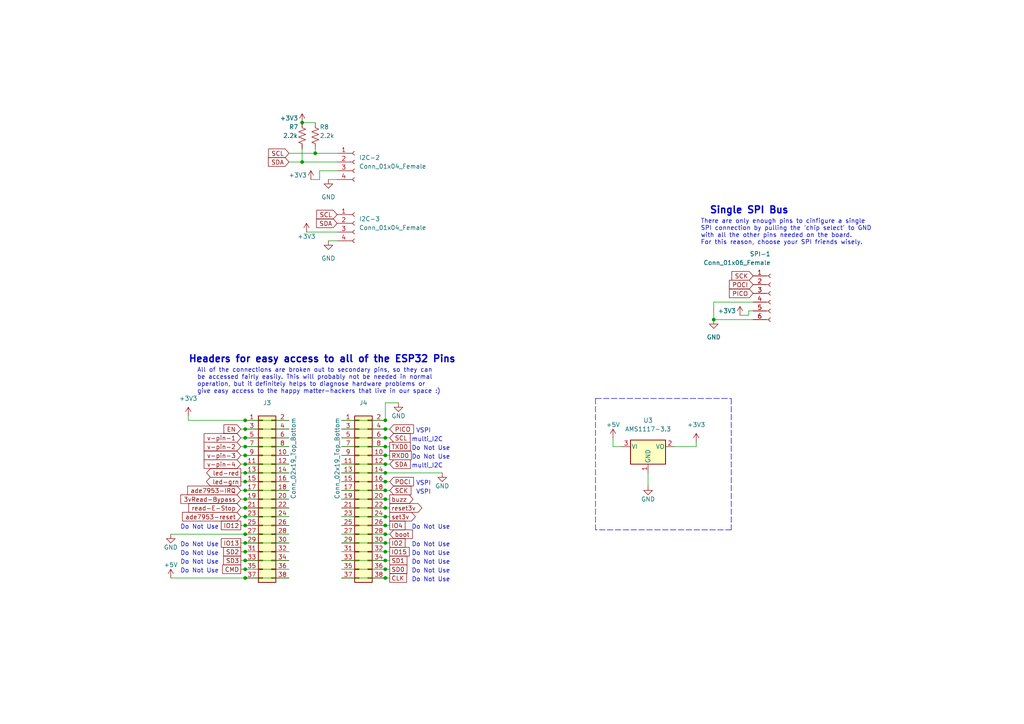
<source format=kicad_sch>
(kicad_sch (version 20211123) (generator eeschema)

  (uuid b20f39ff-2b54-4a84-9483-abf05fda29a3)

  (paper "A4")

  (lib_symbols
    (symbol "Connector:Conn_01x04_Female" (pin_names (offset 1.016) hide) (in_bom yes) (on_board yes)
      (property "Reference" "J" (id 0) (at 0 5.08 0)
        (effects (font (size 1.27 1.27)))
      )
      (property "Value" "Conn_01x04_Female" (id 1) (at 0 -7.62 0)
        (effects (font (size 1.27 1.27)))
      )
      (property "Footprint" "" (id 2) (at 0 0 0)
        (effects (font (size 1.27 1.27)) hide)
      )
      (property "Datasheet" "~" (id 3) (at 0 0 0)
        (effects (font (size 1.27 1.27)) hide)
      )
      (property "ki_keywords" "connector" (id 4) (at 0 0 0)
        (effects (font (size 1.27 1.27)) hide)
      )
      (property "ki_description" "Generic connector, single row, 01x04, script generated (kicad-library-utils/schlib/autogen/connector/)" (id 5) (at 0 0 0)
        (effects (font (size 1.27 1.27)) hide)
      )
      (property "ki_fp_filters" "Connector*:*_1x??_*" (id 6) (at 0 0 0)
        (effects (font (size 1.27 1.27)) hide)
      )
      (symbol "Conn_01x04_Female_1_1"
        (arc (start 0 -4.572) (mid -0.508 -5.08) (end 0 -5.588)
          (stroke (width 0.1524) (type default) (color 0 0 0 0))
          (fill (type none))
        )
        (arc (start 0 -2.032) (mid -0.508 -2.54) (end 0 -3.048)
          (stroke (width 0.1524) (type default) (color 0 0 0 0))
          (fill (type none))
        )
        (polyline
          (pts
            (xy -1.27 -5.08)
            (xy -0.508 -5.08)
          )
          (stroke (width 0.1524) (type default) (color 0 0 0 0))
          (fill (type none))
        )
        (polyline
          (pts
            (xy -1.27 -2.54)
            (xy -0.508 -2.54)
          )
          (stroke (width 0.1524) (type default) (color 0 0 0 0))
          (fill (type none))
        )
        (polyline
          (pts
            (xy -1.27 0)
            (xy -0.508 0)
          )
          (stroke (width 0.1524) (type default) (color 0 0 0 0))
          (fill (type none))
        )
        (polyline
          (pts
            (xy -1.27 2.54)
            (xy -0.508 2.54)
          )
          (stroke (width 0.1524) (type default) (color 0 0 0 0))
          (fill (type none))
        )
        (arc (start 0 0.508) (mid -0.508 0) (end 0 -0.508)
          (stroke (width 0.1524) (type default) (color 0 0 0 0))
          (fill (type none))
        )
        (arc (start 0 3.048) (mid -0.508 2.54) (end 0 2.032)
          (stroke (width 0.1524) (type default) (color 0 0 0 0))
          (fill (type none))
        )
        (pin passive line (at -5.08 2.54 0) (length 3.81)
          (name "Pin_1" (effects (font (size 1.27 1.27))))
          (number "1" (effects (font (size 1.27 1.27))))
        )
        (pin passive line (at -5.08 0 0) (length 3.81)
          (name "Pin_2" (effects (font (size 1.27 1.27))))
          (number "2" (effects (font (size 1.27 1.27))))
        )
        (pin passive line (at -5.08 -2.54 0) (length 3.81)
          (name "Pin_3" (effects (font (size 1.27 1.27))))
          (number "3" (effects (font (size 1.27 1.27))))
        )
        (pin passive line (at -5.08 -5.08 0) (length 3.81)
          (name "Pin_4" (effects (font (size 1.27 1.27))))
          (number "4" (effects (font (size 1.27 1.27))))
        )
      )
    )
    (symbol "Connector:Conn_01x06_Female" (pin_names (offset 1.016) hide) (in_bom yes) (on_board yes)
      (property "Reference" "J" (id 0) (at 0 7.62 0)
        (effects (font (size 1.27 1.27)))
      )
      (property "Value" "Conn_01x06_Female" (id 1) (at 0 -10.16 0)
        (effects (font (size 1.27 1.27)))
      )
      (property "Footprint" "" (id 2) (at 0 0 0)
        (effects (font (size 1.27 1.27)) hide)
      )
      (property "Datasheet" "~" (id 3) (at 0 0 0)
        (effects (font (size 1.27 1.27)) hide)
      )
      (property "ki_keywords" "connector" (id 4) (at 0 0 0)
        (effects (font (size 1.27 1.27)) hide)
      )
      (property "ki_description" "Generic connector, single row, 01x06, script generated (kicad-library-utils/schlib/autogen/connector/)" (id 5) (at 0 0 0)
        (effects (font (size 1.27 1.27)) hide)
      )
      (property "ki_fp_filters" "Connector*:*_1x??_*" (id 6) (at 0 0 0)
        (effects (font (size 1.27 1.27)) hide)
      )
      (symbol "Conn_01x06_Female_1_1"
        (arc (start 0 -7.112) (mid -0.508 -7.62) (end 0 -8.128)
          (stroke (width 0.1524) (type default) (color 0 0 0 0))
          (fill (type none))
        )
        (arc (start 0 -4.572) (mid -0.508 -5.08) (end 0 -5.588)
          (stroke (width 0.1524) (type default) (color 0 0 0 0))
          (fill (type none))
        )
        (arc (start 0 -2.032) (mid -0.508 -2.54) (end 0 -3.048)
          (stroke (width 0.1524) (type default) (color 0 0 0 0))
          (fill (type none))
        )
        (polyline
          (pts
            (xy -1.27 -7.62)
            (xy -0.508 -7.62)
          )
          (stroke (width 0.1524) (type default) (color 0 0 0 0))
          (fill (type none))
        )
        (polyline
          (pts
            (xy -1.27 -5.08)
            (xy -0.508 -5.08)
          )
          (stroke (width 0.1524) (type default) (color 0 0 0 0))
          (fill (type none))
        )
        (polyline
          (pts
            (xy -1.27 -2.54)
            (xy -0.508 -2.54)
          )
          (stroke (width 0.1524) (type default) (color 0 0 0 0))
          (fill (type none))
        )
        (polyline
          (pts
            (xy -1.27 0)
            (xy -0.508 0)
          )
          (stroke (width 0.1524) (type default) (color 0 0 0 0))
          (fill (type none))
        )
        (polyline
          (pts
            (xy -1.27 2.54)
            (xy -0.508 2.54)
          )
          (stroke (width 0.1524) (type default) (color 0 0 0 0))
          (fill (type none))
        )
        (polyline
          (pts
            (xy -1.27 5.08)
            (xy -0.508 5.08)
          )
          (stroke (width 0.1524) (type default) (color 0 0 0 0))
          (fill (type none))
        )
        (arc (start 0 0.508) (mid -0.508 0) (end 0 -0.508)
          (stroke (width 0.1524) (type default) (color 0 0 0 0))
          (fill (type none))
        )
        (arc (start 0 3.048) (mid -0.508 2.54) (end 0 2.032)
          (stroke (width 0.1524) (type default) (color 0 0 0 0))
          (fill (type none))
        )
        (arc (start 0 5.588) (mid -0.508 5.08) (end 0 4.572)
          (stroke (width 0.1524) (type default) (color 0 0 0 0))
          (fill (type none))
        )
        (pin passive line (at -5.08 5.08 0) (length 3.81)
          (name "Pin_1" (effects (font (size 1.27 1.27))))
          (number "1" (effects (font (size 1.27 1.27))))
        )
        (pin passive line (at -5.08 2.54 0) (length 3.81)
          (name "Pin_2" (effects (font (size 1.27 1.27))))
          (number "2" (effects (font (size 1.27 1.27))))
        )
        (pin passive line (at -5.08 0 0) (length 3.81)
          (name "Pin_3" (effects (font (size 1.27 1.27))))
          (number "3" (effects (font (size 1.27 1.27))))
        )
        (pin passive line (at -5.08 -2.54 0) (length 3.81)
          (name "Pin_4" (effects (font (size 1.27 1.27))))
          (number "4" (effects (font (size 1.27 1.27))))
        )
        (pin passive line (at -5.08 -5.08 0) (length 3.81)
          (name "Pin_5" (effects (font (size 1.27 1.27))))
          (number "5" (effects (font (size 1.27 1.27))))
        )
        (pin passive line (at -5.08 -7.62 0) (length 3.81)
          (name "Pin_6" (effects (font (size 1.27 1.27))))
          (number "6" (effects (font (size 1.27 1.27))))
        )
      )
    )
    (symbol "Connector_Generic:Conn_02x19_Odd_Even" (pin_names (offset 1.016) hide) (in_bom yes) (on_board yes)
      (property "Reference" "J" (id 0) (at 1.27 25.4 0)
        (effects (font (size 1.27 1.27)))
      )
      (property "Value" "Conn_02x19_Odd_Even" (id 1) (at 1.27 -25.4 0)
        (effects (font (size 1.27 1.27)))
      )
      (property "Footprint" "" (id 2) (at 0 0 0)
        (effects (font (size 1.27 1.27)) hide)
      )
      (property "Datasheet" "~" (id 3) (at 0 0 0)
        (effects (font (size 1.27 1.27)) hide)
      )
      (property "ki_keywords" "connector" (id 4) (at 0 0 0)
        (effects (font (size 1.27 1.27)) hide)
      )
      (property "ki_description" "Generic connector, double row, 02x19, odd/even pin numbering scheme (row 1 odd numbers, row 2 even numbers), script generated (kicad-library-utils/schlib/autogen/connector/)" (id 5) (at 0 0 0)
        (effects (font (size 1.27 1.27)) hide)
      )
      (property "ki_fp_filters" "Connector*:*_2x??_*" (id 6) (at 0 0 0)
        (effects (font (size 1.27 1.27)) hide)
      )
      (symbol "Conn_02x19_Odd_Even_1_1"
        (rectangle (start -1.27 -22.733) (end 0 -22.987)
          (stroke (width 0.1524) (type default) (color 0 0 0 0))
          (fill (type none))
        )
        (rectangle (start -1.27 -20.193) (end 0 -20.447)
          (stroke (width 0.1524) (type default) (color 0 0 0 0))
          (fill (type none))
        )
        (rectangle (start -1.27 -17.653) (end 0 -17.907)
          (stroke (width 0.1524) (type default) (color 0 0 0 0))
          (fill (type none))
        )
        (rectangle (start -1.27 -15.113) (end 0 -15.367)
          (stroke (width 0.1524) (type default) (color 0 0 0 0))
          (fill (type none))
        )
        (rectangle (start -1.27 -12.573) (end 0 -12.827)
          (stroke (width 0.1524) (type default) (color 0 0 0 0))
          (fill (type none))
        )
        (rectangle (start -1.27 -10.033) (end 0 -10.287)
          (stroke (width 0.1524) (type default) (color 0 0 0 0))
          (fill (type none))
        )
        (rectangle (start -1.27 -7.493) (end 0 -7.747)
          (stroke (width 0.1524) (type default) (color 0 0 0 0))
          (fill (type none))
        )
        (rectangle (start -1.27 -4.953) (end 0 -5.207)
          (stroke (width 0.1524) (type default) (color 0 0 0 0))
          (fill (type none))
        )
        (rectangle (start -1.27 -2.413) (end 0 -2.667)
          (stroke (width 0.1524) (type default) (color 0 0 0 0))
          (fill (type none))
        )
        (rectangle (start -1.27 0.127) (end 0 -0.127)
          (stroke (width 0.1524) (type default) (color 0 0 0 0))
          (fill (type none))
        )
        (rectangle (start -1.27 2.667) (end 0 2.413)
          (stroke (width 0.1524) (type default) (color 0 0 0 0))
          (fill (type none))
        )
        (rectangle (start -1.27 5.207) (end 0 4.953)
          (stroke (width 0.1524) (type default) (color 0 0 0 0))
          (fill (type none))
        )
        (rectangle (start -1.27 7.747) (end 0 7.493)
          (stroke (width 0.1524) (type default) (color 0 0 0 0))
          (fill (type none))
        )
        (rectangle (start -1.27 10.287) (end 0 10.033)
          (stroke (width 0.1524) (type default) (color 0 0 0 0))
          (fill (type none))
        )
        (rectangle (start -1.27 12.827) (end 0 12.573)
          (stroke (width 0.1524) (type default) (color 0 0 0 0))
          (fill (type none))
        )
        (rectangle (start -1.27 15.367) (end 0 15.113)
          (stroke (width 0.1524) (type default) (color 0 0 0 0))
          (fill (type none))
        )
        (rectangle (start -1.27 17.907) (end 0 17.653)
          (stroke (width 0.1524) (type default) (color 0 0 0 0))
          (fill (type none))
        )
        (rectangle (start -1.27 20.447) (end 0 20.193)
          (stroke (width 0.1524) (type default) (color 0 0 0 0))
          (fill (type none))
        )
        (rectangle (start -1.27 22.987) (end 0 22.733)
          (stroke (width 0.1524) (type default) (color 0 0 0 0))
          (fill (type none))
        )
        (rectangle (start -1.27 24.13) (end 3.81 -24.13)
          (stroke (width 0.254) (type default) (color 0 0 0 0))
          (fill (type background))
        )
        (rectangle (start 3.81 -22.733) (end 2.54 -22.987)
          (stroke (width 0.1524) (type default) (color 0 0 0 0))
          (fill (type none))
        )
        (rectangle (start 3.81 -20.193) (end 2.54 -20.447)
          (stroke (width 0.1524) (type default) (color 0 0 0 0))
          (fill (type none))
        )
        (rectangle (start 3.81 -17.653) (end 2.54 -17.907)
          (stroke (width 0.1524) (type default) (color 0 0 0 0))
          (fill (type none))
        )
        (rectangle (start 3.81 -15.113) (end 2.54 -15.367)
          (stroke (width 0.1524) (type default) (color 0 0 0 0))
          (fill (type none))
        )
        (rectangle (start 3.81 -12.573) (end 2.54 -12.827)
          (stroke (width 0.1524) (type default) (color 0 0 0 0))
          (fill (type none))
        )
        (rectangle (start 3.81 -10.033) (end 2.54 -10.287)
          (stroke (width 0.1524) (type default) (color 0 0 0 0))
          (fill (type none))
        )
        (rectangle (start 3.81 -7.493) (end 2.54 -7.747)
          (stroke (width 0.1524) (type default) (color 0 0 0 0))
          (fill (type none))
        )
        (rectangle (start 3.81 -4.953) (end 2.54 -5.207)
          (stroke (width 0.1524) (type default) (color 0 0 0 0))
          (fill (type none))
        )
        (rectangle (start 3.81 -2.413) (end 2.54 -2.667)
          (stroke (width 0.1524) (type default) (color 0 0 0 0))
          (fill (type none))
        )
        (rectangle (start 3.81 0.127) (end 2.54 -0.127)
          (stroke (width 0.1524) (type default) (color 0 0 0 0))
          (fill (type none))
        )
        (rectangle (start 3.81 2.667) (end 2.54 2.413)
          (stroke (width 0.1524) (type default) (color 0 0 0 0))
          (fill (type none))
        )
        (rectangle (start 3.81 5.207) (end 2.54 4.953)
          (stroke (width 0.1524) (type default) (color 0 0 0 0))
          (fill (type none))
        )
        (rectangle (start 3.81 7.747) (end 2.54 7.493)
          (stroke (width 0.1524) (type default) (color 0 0 0 0))
          (fill (type none))
        )
        (rectangle (start 3.81 10.287) (end 2.54 10.033)
          (stroke (width 0.1524) (type default) (color 0 0 0 0))
          (fill (type none))
        )
        (rectangle (start 3.81 12.827) (end 2.54 12.573)
          (stroke (width 0.1524) (type default) (color 0 0 0 0))
          (fill (type none))
        )
        (rectangle (start 3.81 15.367) (end 2.54 15.113)
          (stroke (width 0.1524) (type default) (color 0 0 0 0))
          (fill (type none))
        )
        (rectangle (start 3.81 17.907) (end 2.54 17.653)
          (stroke (width 0.1524) (type default) (color 0 0 0 0))
          (fill (type none))
        )
        (rectangle (start 3.81 20.447) (end 2.54 20.193)
          (stroke (width 0.1524) (type default) (color 0 0 0 0))
          (fill (type none))
        )
        (rectangle (start 3.81 22.987) (end 2.54 22.733)
          (stroke (width 0.1524) (type default) (color 0 0 0 0))
          (fill (type none))
        )
        (pin passive line (at -5.08 22.86 0) (length 3.81)
          (name "Pin_1" (effects (font (size 1.27 1.27))))
          (number "1" (effects (font (size 1.27 1.27))))
        )
        (pin passive line (at 7.62 12.7 180) (length 3.81)
          (name "Pin_10" (effects (font (size 1.27 1.27))))
          (number "10" (effects (font (size 1.27 1.27))))
        )
        (pin passive line (at -5.08 10.16 0) (length 3.81)
          (name "Pin_11" (effects (font (size 1.27 1.27))))
          (number "11" (effects (font (size 1.27 1.27))))
        )
        (pin passive line (at 7.62 10.16 180) (length 3.81)
          (name "Pin_12" (effects (font (size 1.27 1.27))))
          (number "12" (effects (font (size 1.27 1.27))))
        )
        (pin passive line (at -5.08 7.62 0) (length 3.81)
          (name "Pin_13" (effects (font (size 1.27 1.27))))
          (number "13" (effects (font (size 1.27 1.27))))
        )
        (pin passive line (at 7.62 7.62 180) (length 3.81)
          (name "Pin_14" (effects (font (size 1.27 1.27))))
          (number "14" (effects (font (size 1.27 1.27))))
        )
        (pin passive line (at -5.08 5.08 0) (length 3.81)
          (name "Pin_15" (effects (font (size 1.27 1.27))))
          (number "15" (effects (font (size 1.27 1.27))))
        )
        (pin passive line (at 7.62 5.08 180) (length 3.81)
          (name "Pin_16" (effects (font (size 1.27 1.27))))
          (number "16" (effects (font (size 1.27 1.27))))
        )
        (pin passive line (at -5.08 2.54 0) (length 3.81)
          (name "Pin_17" (effects (font (size 1.27 1.27))))
          (number "17" (effects (font (size 1.27 1.27))))
        )
        (pin passive line (at 7.62 2.54 180) (length 3.81)
          (name "Pin_18" (effects (font (size 1.27 1.27))))
          (number "18" (effects (font (size 1.27 1.27))))
        )
        (pin passive line (at -5.08 0 0) (length 3.81)
          (name "Pin_19" (effects (font (size 1.27 1.27))))
          (number "19" (effects (font (size 1.27 1.27))))
        )
        (pin passive line (at 7.62 22.86 180) (length 3.81)
          (name "Pin_2" (effects (font (size 1.27 1.27))))
          (number "2" (effects (font (size 1.27 1.27))))
        )
        (pin passive line (at 7.62 0 180) (length 3.81)
          (name "Pin_20" (effects (font (size 1.27 1.27))))
          (number "20" (effects (font (size 1.27 1.27))))
        )
        (pin passive line (at -5.08 -2.54 0) (length 3.81)
          (name "Pin_21" (effects (font (size 1.27 1.27))))
          (number "21" (effects (font (size 1.27 1.27))))
        )
        (pin passive line (at 7.62 -2.54 180) (length 3.81)
          (name "Pin_22" (effects (font (size 1.27 1.27))))
          (number "22" (effects (font (size 1.27 1.27))))
        )
        (pin passive line (at -5.08 -5.08 0) (length 3.81)
          (name "Pin_23" (effects (font (size 1.27 1.27))))
          (number "23" (effects (font (size 1.27 1.27))))
        )
        (pin passive line (at 7.62 -5.08 180) (length 3.81)
          (name "Pin_24" (effects (font (size 1.27 1.27))))
          (number "24" (effects (font (size 1.27 1.27))))
        )
        (pin passive line (at -5.08 -7.62 0) (length 3.81)
          (name "Pin_25" (effects (font (size 1.27 1.27))))
          (number "25" (effects (font (size 1.27 1.27))))
        )
        (pin passive line (at 7.62 -7.62 180) (length 3.81)
          (name "Pin_26" (effects (font (size 1.27 1.27))))
          (number "26" (effects (font (size 1.27 1.27))))
        )
        (pin passive line (at -5.08 -10.16 0) (length 3.81)
          (name "Pin_27" (effects (font (size 1.27 1.27))))
          (number "27" (effects (font (size 1.27 1.27))))
        )
        (pin passive line (at 7.62 -10.16 180) (length 3.81)
          (name "Pin_28" (effects (font (size 1.27 1.27))))
          (number "28" (effects (font (size 1.27 1.27))))
        )
        (pin passive line (at -5.08 -12.7 0) (length 3.81)
          (name "Pin_29" (effects (font (size 1.27 1.27))))
          (number "29" (effects (font (size 1.27 1.27))))
        )
        (pin passive line (at -5.08 20.32 0) (length 3.81)
          (name "Pin_3" (effects (font (size 1.27 1.27))))
          (number "3" (effects (font (size 1.27 1.27))))
        )
        (pin passive line (at 7.62 -12.7 180) (length 3.81)
          (name "Pin_30" (effects (font (size 1.27 1.27))))
          (number "30" (effects (font (size 1.27 1.27))))
        )
        (pin passive line (at -5.08 -15.24 0) (length 3.81)
          (name "Pin_31" (effects (font (size 1.27 1.27))))
          (number "31" (effects (font (size 1.27 1.27))))
        )
        (pin passive line (at 7.62 -15.24 180) (length 3.81)
          (name "Pin_32" (effects (font (size 1.27 1.27))))
          (number "32" (effects (font (size 1.27 1.27))))
        )
        (pin passive line (at -5.08 -17.78 0) (length 3.81)
          (name "Pin_33" (effects (font (size 1.27 1.27))))
          (number "33" (effects (font (size 1.27 1.27))))
        )
        (pin passive line (at 7.62 -17.78 180) (length 3.81)
          (name "Pin_34" (effects (font (size 1.27 1.27))))
          (number "34" (effects (font (size 1.27 1.27))))
        )
        (pin passive line (at -5.08 -20.32 0) (length 3.81)
          (name "Pin_35" (effects (font (size 1.27 1.27))))
          (number "35" (effects (font (size 1.27 1.27))))
        )
        (pin passive line (at 7.62 -20.32 180) (length 3.81)
          (name "Pin_36" (effects (font (size 1.27 1.27))))
          (number "36" (effects (font (size 1.27 1.27))))
        )
        (pin passive line (at -5.08 -22.86 0) (length 3.81)
          (name "Pin_37" (effects (font (size 1.27 1.27))))
          (number "37" (effects (font (size 1.27 1.27))))
        )
        (pin passive line (at 7.62 -22.86 180) (length 3.81)
          (name "Pin_38" (effects (font (size 1.27 1.27))))
          (number "38" (effects (font (size 1.27 1.27))))
        )
        (pin passive line (at 7.62 20.32 180) (length 3.81)
          (name "Pin_4" (effects (font (size 1.27 1.27))))
          (number "4" (effects (font (size 1.27 1.27))))
        )
        (pin passive line (at -5.08 17.78 0) (length 3.81)
          (name "Pin_5" (effects (font (size 1.27 1.27))))
          (number "5" (effects (font (size 1.27 1.27))))
        )
        (pin passive line (at 7.62 17.78 180) (length 3.81)
          (name "Pin_6" (effects (font (size 1.27 1.27))))
          (number "6" (effects (font (size 1.27 1.27))))
        )
        (pin passive line (at -5.08 15.24 0) (length 3.81)
          (name "Pin_7" (effects (font (size 1.27 1.27))))
          (number "7" (effects (font (size 1.27 1.27))))
        )
        (pin passive line (at 7.62 15.24 180) (length 3.81)
          (name "Pin_8" (effects (font (size 1.27 1.27))))
          (number "8" (effects (font (size 1.27 1.27))))
        )
        (pin passive line (at -5.08 12.7 0) (length 3.81)
          (name "Pin_9" (effects (font (size 1.27 1.27))))
          (number "9" (effects (font (size 1.27 1.27))))
        )
      )
    )
    (symbol "Device:R_US" (pin_numbers hide) (pin_names (offset 0)) (in_bom yes) (on_board yes)
      (property "Reference" "R" (id 0) (at 2.54 0 90)
        (effects (font (size 1.27 1.27)))
      )
      (property "Value" "R_US" (id 1) (at -2.54 0 90)
        (effects (font (size 1.27 1.27)))
      )
      (property "Footprint" "" (id 2) (at 1.016 -0.254 90)
        (effects (font (size 1.27 1.27)) hide)
      )
      (property "Datasheet" "~" (id 3) (at 0 0 0)
        (effects (font (size 1.27 1.27)) hide)
      )
      (property "ki_keywords" "R res resistor" (id 4) (at 0 0 0)
        (effects (font (size 1.27 1.27)) hide)
      )
      (property "ki_description" "Resistor, US symbol" (id 5) (at 0 0 0)
        (effects (font (size 1.27 1.27)) hide)
      )
      (property "ki_fp_filters" "R_*" (id 6) (at 0 0 0)
        (effects (font (size 1.27 1.27)) hide)
      )
      (symbol "R_US_0_1"
        (polyline
          (pts
            (xy 0 -2.286)
            (xy 0 -2.54)
          )
          (stroke (width 0) (type default) (color 0 0 0 0))
          (fill (type none))
        )
        (polyline
          (pts
            (xy 0 2.286)
            (xy 0 2.54)
          )
          (stroke (width 0) (type default) (color 0 0 0 0))
          (fill (type none))
        )
        (polyline
          (pts
            (xy 0 -0.762)
            (xy 1.016 -1.143)
            (xy 0 -1.524)
            (xy -1.016 -1.905)
            (xy 0 -2.286)
          )
          (stroke (width 0) (type default) (color 0 0 0 0))
          (fill (type none))
        )
        (polyline
          (pts
            (xy 0 0.762)
            (xy 1.016 0.381)
            (xy 0 0)
            (xy -1.016 -0.381)
            (xy 0 -0.762)
          )
          (stroke (width 0) (type default) (color 0 0 0 0))
          (fill (type none))
        )
        (polyline
          (pts
            (xy 0 2.286)
            (xy 1.016 1.905)
            (xy 0 1.524)
            (xy -1.016 1.143)
            (xy 0 0.762)
          )
          (stroke (width 0) (type default) (color 0 0 0 0))
          (fill (type none))
        )
      )
      (symbol "R_US_1_1"
        (pin passive line (at 0 3.81 270) (length 1.27)
          (name "~" (effects (font (size 1.27 1.27))))
          (number "1" (effects (font (size 1.27 1.27))))
        )
        (pin passive line (at 0 -3.81 90) (length 1.27)
          (name "~" (effects (font (size 1.27 1.27))))
          (number "2" (effects (font (size 1.27 1.27))))
        )
      )
    )
    (symbol "Regulator_Linear:AMS1117-3.3" (pin_names (offset 0.254)) (in_bom yes) (on_board yes)
      (property "Reference" "U" (id 0) (at -3.81 3.175 0)
        (effects (font (size 1.27 1.27)))
      )
      (property "Value" "AMS1117-3.3" (id 1) (at 0 3.175 0)
        (effects (font (size 1.27 1.27)) (justify left))
      )
      (property "Footprint" "Package_TO_SOT_SMD:SOT-223-3_TabPin2" (id 2) (at 0 5.08 0)
        (effects (font (size 1.27 1.27)) hide)
      )
      (property "Datasheet" "http://www.advanced-monolithic.com/pdf/ds1117.pdf" (id 3) (at 2.54 -6.35 0)
        (effects (font (size 1.27 1.27)) hide)
      )
      (property "ki_keywords" "linear regulator ldo fixed positive" (id 4) (at 0 0 0)
        (effects (font (size 1.27 1.27)) hide)
      )
      (property "ki_description" "1A Low Dropout regulator, positive, 3.3V fixed output, SOT-223" (id 5) (at 0 0 0)
        (effects (font (size 1.27 1.27)) hide)
      )
      (property "ki_fp_filters" "SOT?223*TabPin2*" (id 6) (at 0 0 0)
        (effects (font (size 1.27 1.27)) hide)
      )
      (symbol "AMS1117-3.3_0_1"
        (rectangle (start -5.08 -5.08) (end 5.08 1.905)
          (stroke (width 0.254) (type default) (color 0 0 0 0))
          (fill (type background))
        )
      )
      (symbol "AMS1117-3.3_1_1"
        (pin power_in line (at 0 -7.62 90) (length 2.54)
          (name "GND" (effects (font (size 1.27 1.27))))
          (number "1" (effects (font (size 1.27 1.27))))
        )
        (pin power_out line (at 7.62 0 180) (length 2.54)
          (name "VO" (effects (font (size 1.27 1.27))))
          (number "2" (effects (font (size 1.27 1.27))))
        )
        (pin power_in line (at -7.62 0 0) (length 2.54)
          (name "VI" (effects (font (size 1.27 1.27))))
          (number "3" (effects (font (size 1.27 1.27))))
        )
      )
    )
    (symbol "power:+3.3V" (power) (pin_names (offset 0)) (in_bom yes) (on_board yes)
      (property "Reference" "#PWR" (id 0) (at 0 -3.81 0)
        (effects (font (size 1.27 1.27)) hide)
      )
      (property "Value" "+3.3V" (id 1) (at 0 3.556 0)
        (effects (font (size 1.27 1.27)))
      )
      (property "Footprint" "" (id 2) (at 0 0 0)
        (effects (font (size 1.27 1.27)) hide)
      )
      (property "Datasheet" "" (id 3) (at 0 0 0)
        (effects (font (size 1.27 1.27)) hide)
      )
      (property "ki_keywords" "power-flag" (id 4) (at 0 0 0)
        (effects (font (size 1.27 1.27)) hide)
      )
      (property "ki_description" "Power symbol creates a global label with name \"+3.3V\"" (id 5) (at 0 0 0)
        (effects (font (size 1.27 1.27)) hide)
      )
      (symbol "+3.3V_0_1"
        (polyline
          (pts
            (xy -0.762 1.27)
            (xy 0 2.54)
          )
          (stroke (width 0) (type default) (color 0 0 0 0))
          (fill (type none))
        )
        (polyline
          (pts
            (xy 0 0)
            (xy 0 2.54)
          )
          (stroke (width 0) (type default) (color 0 0 0 0))
          (fill (type none))
        )
        (polyline
          (pts
            (xy 0 2.54)
            (xy 0.762 1.27)
          )
          (stroke (width 0) (type default) (color 0 0 0 0))
          (fill (type none))
        )
      )
      (symbol "+3.3V_1_1"
        (pin power_in line (at 0 0 90) (length 0) hide
          (name "+3V3" (effects (font (size 1.27 1.27))))
          (number "1" (effects (font (size 1.27 1.27))))
        )
      )
    )
    (symbol "power:+3V3" (power) (pin_names (offset 0)) (in_bom yes) (on_board yes)
      (property "Reference" "#PWR" (id 0) (at 0 -3.81 0)
        (effects (font (size 1.27 1.27)) hide)
      )
      (property "Value" "+3V3" (id 1) (at 0 3.556 0)
        (effects (font (size 1.27 1.27)))
      )
      (property "Footprint" "" (id 2) (at 0 0 0)
        (effects (font (size 1.27 1.27)) hide)
      )
      (property "Datasheet" "" (id 3) (at 0 0 0)
        (effects (font (size 1.27 1.27)) hide)
      )
      (property "ki_keywords" "power-flag" (id 4) (at 0 0 0)
        (effects (font (size 1.27 1.27)) hide)
      )
      (property "ki_description" "Power symbol creates a global label with name \"+3V3\"" (id 5) (at 0 0 0)
        (effects (font (size 1.27 1.27)) hide)
      )
      (symbol "+3V3_0_1"
        (polyline
          (pts
            (xy -0.762 1.27)
            (xy 0 2.54)
          )
          (stroke (width 0) (type default) (color 0 0 0 0))
          (fill (type none))
        )
        (polyline
          (pts
            (xy 0 0)
            (xy 0 2.54)
          )
          (stroke (width 0) (type default) (color 0 0 0 0))
          (fill (type none))
        )
        (polyline
          (pts
            (xy 0 2.54)
            (xy 0.762 1.27)
          )
          (stroke (width 0) (type default) (color 0 0 0 0))
          (fill (type none))
        )
      )
      (symbol "+3V3_1_1"
        (pin power_in line (at 0 0 90) (length 0) hide
          (name "+3V3" (effects (font (size 1.27 1.27))))
          (number "1" (effects (font (size 1.27 1.27))))
        )
      )
    )
    (symbol "power:+5V" (power) (pin_names (offset 0)) (in_bom yes) (on_board yes)
      (property "Reference" "#PWR" (id 0) (at 0 -3.81 0)
        (effects (font (size 1.27 1.27)) hide)
      )
      (property "Value" "+5V" (id 1) (at 0 3.556 0)
        (effects (font (size 1.27 1.27)))
      )
      (property "Footprint" "" (id 2) (at 0 0 0)
        (effects (font (size 1.27 1.27)) hide)
      )
      (property "Datasheet" "" (id 3) (at 0 0 0)
        (effects (font (size 1.27 1.27)) hide)
      )
      (property "ki_keywords" "power-flag" (id 4) (at 0 0 0)
        (effects (font (size 1.27 1.27)) hide)
      )
      (property "ki_description" "Power symbol creates a global label with name \"+5V\"" (id 5) (at 0 0 0)
        (effects (font (size 1.27 1.27)) hide)
      )
      (symbol "+5V_0_1"
        (polyline
          (pts
            (xy -0.762 1.27)
            (xy 0 2.54)
          )
          (stroke (width 0) (type default) (color 0 0 0 0))
          (fill (type none))
        )
        (polyline
          (pts
            (xy 0 0)
            (xy 0 2.54)
          )
          (stroke (width 0) (type default) (color 0 0 0 0))
          (fill (type none))
        )
        (polyline
          (pts
            (xy 0 2.54)
            (xy 0.762 1.27)
          )
          (stroke (width 0) (type default) (color 0 0 0 0))
          (fill (type none))
        )
      )
      (symbol "+5V_1_1"
        (pin power_in line (at 0 0 90) (length 0) hide
          (name "+5V" (effects (font (size 1.27 1.27))))
          (number "1" (effects (font (size 1.27 1.27))))
        )
      )
    )
    (symbol "power:GND" (power) (pin_names (offset 0)) (in_bom yes) (on_board yes)
      (property "Reference" "#PWR" (id 0) (at 0 -6.35 0)
        (effects (font (size 1.27 1.27)) hide)
      )
      (property "Value" "GND" (id 1) (at 0 -3.81 0)
        (effects (font (size 1.27 1.27)))
      )
      (property "Footprint" "" (id 2) (at 0 0 0)
        (effects (font (size 1.27 1.27)) hide)
      )
      (property "Datasheet" "" (id 3) (at 0 0 0)
        (effects (font (size 1.27 1.27)) hide)
      )
      (property "ki_keywords" "power-flag" (id 4) (at 0 0 0)
        (effects (font (size 1.27 1.27)) hide)
      )
      (property "ki_description" "Power symbol creates a global label with name \"GND\" , ground" (id 5) (at 0 0 0)
        (effects (font (size 1.27 1.27)) hide)
      )
      (symbol "GND_0_1"
        (polyline
          (pts
            (xy 0 0)
            (xy 0 -1.27)
            (xy 1.27 -1.27)
            (xy 0 -2.54)
            (xy -1.27 -1.27)
            (xy 0 -1.27)
          )
          (stroke (width 0) (type default) (color 0 0 0 0))
          (fill (type none))
        )
      )
      (symbol "GND_1_1"
        (pin power_in line (at 0 0 270) (length 0) hide
          (name "GND" (effects (font (size 1.27 1.27))))
          (number "1" (effects (font (size 1.27 1.27))))
        )
      )
    )
  )

  (junction (at 71.12 121.92) (diameter 0) (color 0 0 0 0)
    (uuid 01d78cc0-ba68-46e1-a8f3-b7a16a67525e)
  )
  (junction (at 71.12 160.02) (diameter 0) (color 0 0 0 0)
    (uuid 0da512c8-0d5d-4bcb-a04b-cbb7d782afea)
  )
  (junction (at 71.12 134.62) (diameter 0) (color 0 0 0 0)
    (uuid 1131158b-2621-454e-85e2-d2325a351cdb)
  )
  (junction (at 71.12 137.16) (diameter 0) (color 0 0 0 0)
    (uuid 17c0eb1c-99ef-4914-bcce-844e1b24df44)
  )
  (junction (at 111.76 121.92) (diameter 0) (color 0 0 0 0)
    (uuid 1b9c53d3-8067-49c5-8ff6-41a6a62bde12)
  )
  (junction (at 71.12 147.32) (diameter 0) (color 0 0 0 0)
    (uuid 258de72e-2038-4ca9-9845-be52894527f4)
  )
  (junction (at 71.12 152.4) (diameter 0) (color 0 0 0 0)
    (uuid 27a0fa23-0228-4412-a079-2420c009f143)
  )
  (junction (at 87.63 46.99) (diameter 0) (color 0 0 0 0)
    (uuid 28c12308-6212-4efc-bc1d-1225d6a6d9f9)
  )
  (junction (at 71.12 124.46) (diameter 0) (color 0 0 0 0)
    (uuid 291a92af-909a-4d52-8695-5b859b726357)
  )
  (junction (at 111.76 165.1) (diameter 0) (color 0 0 0 0)
    (uuid 2d960937-4d64-4764-8ab8-312cc4e8a512)
  )
  (junction (at 111.76 149.86) (diameter 0) (color 0 0 0 0)
    (uuid 31cc2379-2f2b-439d-9054-94404a8d2de5)
  )
  (junction (at 71.12 127) (diameter 0) (color 0 0 0 0)
    (uuid 378a31f4-8c88-4114-958b-0e1edcb8aa09)
  )
  (junction (at 111.76 160.02) (diameter 0) (color 0 0 0 0)
    (uuid 3c8b8500-11dc-45ba-b646-a37757d977b8)
  )
  (junction (at 111.76 129.54) (diameter 0) (color 0 0 0 0)
    (uuid 3dae06dd-fa88-472d-9e1e-f3f94b6154b1)
  )
  (junction (at 111.76 144.78) (diameter 0) (color 0 0 0 0)
    (uuid 3e132b17-7585-41c5-9dee-5cdb9aca7455)
  )
  (junction (at 207.01 92.71) (diameter 0) (color 0 0 0 0)
    (uuid 40e8cfad-c9eb-4206-9ca0-068ee98c966e)
  )
  (junction (at 111.76 124.46) (diameter 0) (color 0 0 0 0)
    (uuid 5ab3e115-4fe7-471b-8a51-37e7802f8f82)
  )
  (junction (at 111.76 157.48) (diameter 0) (color 0 0 0 0)
    (uuid 5fcd23df-0e3d-41bb-b9ac-9aa35b84b1df)
  )
  (junction (at 111.76 142.24) (diameter 0) (color 0 0 0 0)
    (uuid 6dbd514c-6669-406a-8779-5f48cfae4486)
  )
  (junction (at 71.12 162.56) (diameter 0) (color 0 0 0 0)
    (uuid 6dfd94c4-ed2b-4de5-822d-5b44339ec30e)
  )
  (junction (at 87.63 35.56) (diameter 0) (color 0 0 0 0)
    (uuid 707cbf9c-3c5c-40ca-859c-0c3372bbde91)
  )
  (junction (at 71.12 132.08) (diameter 0) (color 0 0 0 0)
    (uuid 748cc592-9afc-47e9-a2f0-0de2ff16a3dd)
  )
  (junction (at 111.76 167.64) (diameter 0) (color 0 0 0 0)
    (uuid 7b17189f-4505-4468-acc2-2286235887a4)
  )
  (junction (at 111.76 162.56) (diameter 0) (color 0 0 0 0)
    (uuid 7bb86605-39d5-4b09-98c7-8c8f36c80c5e)
  )
  (junction (at 111.76 134.62) (diameter 0) (color 0 0 0 0)
    (uuid 8125f8ae-5289-4555-a3bd-6c1622dafb2d)
  )
  (junction (at 71.12 129.54) (diameter 0) (color 0 0 0 0)
    (uuid 81bec2a3-5d0c-4215-9b09-7b491f9cc4d1)
  )
  (junction (at 91.44 44.45) (diameter 0) (color 0 0 0 0)
    (uuid 81cfec1a-acab-4ff8-814b-24349ea88443)
  )
  (junction (at 71.12 157.48) (diameter 0) (color 0 0 0 0)
    (uuid 94a4d44a-e25a-414e-a38c-b1c43c9479ce)
  )
  (junction (at 111.76 139.7) (diameter 0) (color 0 0 0 0)
    (uuid 9a305669-02de-49a6-9c85-639af4626942)
  )
  (junction (at 71.12 142.24) (diameter 0) (color 0 0 0 0)
    (uuid 9c0df294-3bbf-4e3b-add8-d143a1d75833)
  )
  (junction (at 71.12 144.78) (diameter 0) (color 0 0 0 0)
    (uuid a3294040-cc84-4827-80b9-c1177e4205b4)
  )
  (junction (at 111.76 154.94) (diameter 0) (color 0 0 0 0)
    (uuid aaba012d-3c85-4acb-b0ce-568fabd16441)
  )
  (junction (at 71.12 154.94) (diameter 0) (color 0 0 0 0)
    (uuid ab631974-83c9-4307-82d2-a21d1418388a)
  )
  (junction (at 111.76 147.32) (diameter 0) (color 0 0 0 0)
    (uuid ad30501f-f793-4f07-bb0c-e1f3554947f0)
  )
  (junction (at 111.76 132.08) (diameter 0) (color 0 0 0 0)
    (uuid bb654b8c-9ee4-4f76-a639-a3586b05a3ef)
  )
  (junction (at 71.12 167.64) (diameter 0) (color 0 0 0 0)
    (uuid c10c5ea0-c732-4d32-8618-4fa29a83e6dc)
  )
  (junction (at 71.12 165.1) (diameter 0) (color 0 0 0 0)
    (uuid c5a3b041-7b62-4cb6-b56c-75eb1a9e13e3)
  )
  (junction (at 111.76 137.16) (diameter 0) (color 0 0 0 0)
    (uuid d8647c9d-074b-436e-b63f-c944cc4e5a0b)
  )
  (junction (at 71.12 149.86) (diameter 0) (color 0 0 0 0)
    (uuid e04348e4-430a-4122-aab1-a83abf6f6ccd)
  )
  (junction (at 111.76 127) (diameter 0) (color 0 0 0 0)
    (uuid e73d0259-11d2-4bd9-85ec-64179d0e1bea)
  )
  (junction (at 111.76 152.4) (diameter 0) (color 0 0 0 0)
    (uuid ea4abbef-4353-406b-bdab-2aca37c27160)
  )
  (junction (at 71.12 139.7) (diameter 0) (color 0 0 0 0)
    (uuid f412788f-4ed5-4c2a-9fff-02cf4ea8467a)
  )

  (wire (pts (xy 71.12 124.46) (xy 83.82 124.46))
    (stroke (width 0) (type default) (color 0 0 0 0))
    (uuid 03adcb6f-220f-4141-8de6-1e556056cc74)
  )
  (wire (pts (xy 111.76 160.02) (xy 113.03 160.02))
    (stroke (width 0) (type default) (color 0 0 0 0))
    (uuid 05635c63-88c7-4616-84fa-283bfc0fb800)
  )
  (wire (pts (xy 111.76 157.48) (xy 113.03 157.48))
    (stroke (width 0) (type default) (color 0 0 0 0))
    (uuid 074d7359-8c3b-441f-af1d-580a49495826)
  )
  (wire (pts (xy 91.44 44.45) (xy 97.79 44.45))
    (stroke (width 0) (type default) (color 0 0 0 0))
    (uuid 07d17632-8fa9-4c3f-b3be-508c0f2d54dc)
  )
  (wire (pts (xy 111.76 144.78) (xy 113.03 144.78))
    (stroke (width 0) (type default) (color 0 0 0 0))
    (uuid 09e1d8ea-591b-4b18-9f79-596e7400515c)
  )
  (wire (pts (xy 99.06 162.56) (xy 111.76 162.56))
    (stroke (width 0) (type default) (color 0 0 0 0))
    (uuid 0d6b1c91-d7d9-498b-af08-a379ef4c5828)
  )
  (wire (pts (xy 97.79 49.53) (xy 92.71 49.53))
    (stroke (width 0) (type default) (color 0 0 0 0))
    (uuid 0d79903c-f09a-4bad-b4f7-23a41c100dd3)
  )
  (wire (pts (xy 69.85 137.16) (xy 71.12 137.16))
    (stroke (width 0) (type default) (color 0 0 0 0))
    (uuid 0e16929a-7a66-4531-bec2-b3c09b7ee4ec)
  )
  (wire (pts (xy 111.76 116.84) (xy 111.76 121.92))
    (stroke (width 0) (type default) (color 0 0 0 0))
    (uuid 0e304946-fee8-4111-9ae8-d6998ee4ba0d)
  )
  (wire (pts (xy 217.17 91.44) (xy 214.63 91.44))
    (stroke (width 0) (type default) (color 0 0 0 0))
    (uuid 0e82e234-fa43-4f94-92da-e48cc1f15808)
  )
  (polyline (pts (xy 172.72 115.57) (xy 172.72 153.67))
    (stroke (width 0) (type default) (color 0 0 0 0))
    (uuid 0ff7497f-6070-4789-abcc-87bd102cb1f2)
  )

  (wire (pts (xy 69.85 127) (xy 71.12 127))
    (stroke (width 0) (type default) (color 0 0 0 0))
    (uuid 13c942ec-b7af-4f5e-b053-13815a3121e2)
  )
  (wire (pts (xy 71.12 127) (xy 83.82 127))
    (stroke (width 0) (type default) (color 0 0 0 0))
    (uuid 166e3b6a-b9cd-4cfb-b914-7e58961e6ef5)
  )
  (wire (pts (xy 111.76 139.7) (xy 113.03 139.7))
    (stroke (width 0) (type default) (color 0 0 0 0))
    (uuid 1ba7f929-1764-44a3-a452-2c14c200dfb0)
  )
  (wire (pts (xy 207.01 87.63) (xy 207.01 92.71))
    (stroke (width 0) (type default) (color 0 0 0 0))
    (uuid 1cb4af85-b58a-402b-95be-6fb27b181bb6)
  )
  (wire (pts (xy 92.71 52.07) (xy 90.17 52.07))
    (stroke (width 0) (type default) (color 0 0 0 0))
    (uuid 1d5db213-df58-4912-b4d1-211fd6eb43f2)
  )
  (wire (pts (xy 99.06 142.24) (xy 111.76 142.24))
    (stroke (width 0) (type default) (color 0 0 0 0))
    (uuid 20fcc63e-c636-4643-b8e5-4706c7d76077)
  )
  (wire (pts (xy 95.25 52.07) (xy 97.79 52.07))
    (stroke (width 0) (type default) (color 0 0 0 0))
    (uuid 22b88721-8c4b-497c-a48d-0c647214e5b0)
  )
  (wire (pts (xy 71.12 149.86) (xy 83.82 149.86))
    (stroke (width 0) (type default) (color 0 0 0 0))
    (uuid 2461f5bf-3b5b-42f3-8209-5fdb65be8ce0)
  )
  (wire (pts (xy 71.12 162.56) (xy 83.82 162.56))
    (stroke (width 0) (type default) (color 0 0 0 0))
    (uuid 27517dcc-a996-4cb1-9655-97153ba1c46f)
  )
  (wire (pts (xy 69.85 124.46) (xy 71.12 124.46))
    (stroke (width 0) (type default) (color 0 0 0 0))
    (uuid 2838feae-8934-45f6-a95c-e7395606fe5a)
  )
  (wire (pts (xy 54.61 121.92) (xy 71.12 121.92))
    (stroke (width 0) (type default) (color 0 0 0 0))
    (uuid 2a7a2921-35a8-43a0-bfd4-018b30fcc842)
  )
  (wire (pts (xy 71.12 157.48) (xy 83.82 157.48))
    (stroke (width 0) (type default) (color 0 0 0 0))
    (uuid 2db82a4b-e7d8-4c3d-ab87-43368b6bc4e3)
  )
  (wire (pts (xy 99.06 137.16) (xy 111.76 137.16))
    (stroke (width 0) (type default) (color 0 0 0 0))
    (uuid 2e02945b-8e0b-48d7-bf35-ffcdf35849ec)
  )
  (wire (pts (xy 201.93 129.54) (xy 201.93 128.27))
    (stroke (width 0) (type default) (color 0 0 0 0))
    (uuid 30487c8d-b1a6-408d-b675-04b3f350f886)
  )
  (wire (pts (xy 111.76 165.1) (xy 113.03 165.1))
    (stroke (width 0) (type default) (color 0 0 0 0))
    (uuid 30f55f03-8eb9-4608-b536-f689a9b953a5)
  )
  (polyline (pts (xy 212.09 153.67) (xy 172.72 153.67))
    (stroke (width 0) (type default) (color 0 0 0 0))
    (uuid 37f92110-6f4d-439b-9d0f-fcb8b1c0144e)
  )
  (polyline (pts (xy 172.72 115.57) (xy 212.09 115.57))
    (stroke (width 0) (type default) (color 0 0 0 0))
    (uuid 38cb6dad-ac0f-428e-9b66-e31327af157e)
  )

  (wire (pts (xy 71.12 129.54) (xy 83.82 129.54))
    (stroke (width 0) (type default) (color 0 0 0 0))
    (uuid 39b525cf-8b4a-465a-a21e-cdea117a7d34)
  )
  (wire (pts (xy 99.06 157.48) (xy 111.76 157.48))
    (stroke (width 0) (type default) (color 0 0 0 0))
    (uuid 3b8f4891-6912-47e4-bea7-a95a1ca7c2e5)
  )
  (wire (pts (xy 71.12 154.94) (xy 83.82 154.94))
    (stroke (width 0) (type default) (color 0 0 0 0))
    (uuid 3eae92ca-c6b9-4e8c-855c-47d6c8e219bb)
  )
  (wire (pts (xy 99.06 147.32) (xy 111.76 147.32))
    (stroke (width 0) (type default) (color 0 0 0 0))
    (uuid 4221f7eb-0dca-4161-9a14-a0ae1bd897f2)
  )
  (wire (pts (xy 92.71 49.53) (xy 92.71 52.07))
    (stroke (width 0) (type default) (color 0 0 0 0))
    (uuid 478194d7-eb5e-4740-8003-6a6f57ff4291)
  )
  (wire (pts (xy 111.76 132.08) (xy 113.03 132.08))
    (stroke (width 0) (type default) (color 0 0 0 0))
    (uuid 492ee111-941a-4a72-ab0d-9b3e7638f351)
  )
  (wire (pts (xy 187.96 137.16) (xy 187.96 140.97))
    (stroke (width 0) (type default) (color 0 0 0 0))
    (uuid 51386aa8-d7f5-4a2e-8669-cd303ffd9a27)
  )
  (wire (pts (xy 69.85 160.02) (xy 71.12 160.02))
    (stroke (width 0) (type default) (color 0 0 0 0))
    (uuid 54e3aa1d-fa9f-4106-8a26-38e02355bbc1)
  )
  (wire (pts (xy 99.06 132.08) (xy 111.76 132.08))
    (stroke (width 0) (type default) (color 0 0 0 0))
    (uuid 560af58c-c862-4a4d-9324-a2185197ab91)
  )
  (wire (pts (xy 95.25 69.85) (xy 97.79 69.85))
    (stroke (width 0) (type default) (color 0 0 0 0))
    (uuid 5701eb04-04df-4335-85fe-bf1788edb676)
  )
  (wire (pts (xy 111.76 162.56) (xy 113.03 162.56))
    (stroke (width 0) (type default) (color 0 0 0 0))
    (uuid 59015f98-db42-44cb-915e-9fb14af74155)
  )
  (wire (pts (xy 177.8 127) (xy 177.8 129.54))
    (stroke (width 0) (type default) (color 0 0 0 0))
    (uuid 5fcf403d-c71c-490e-b7d3-d4b2f3837ab9)
  )
  (wire (pts (xy 91.44 43.18) (xy 91.44 44.45))
    (stroke (width 0) (type default) (color 0 0 0 0))
    (uuid 60bff140-4afc-4f5c-b5d3-08f5d9d384c8)
  )
  (wire (pts (xy 111.76 134.62) (xy 113.03 134.62))
    (stroke (width 0) (type default) (color 0 0 0 0))
    (uuid 60d0461a-e695-465d-8ad8-82491579184f)
  )
  (wire (pts (xy 71.12 167.64) (xy 83.82 167.64))
    (stroke (width 0) (type default) (color 0 0 0 0))
    (uuid 6479f226-e617-48fd-9172-630a497d3fb9)
  )
  (wire (pts (xy 99.06 144.78) (xy 111.76 144.78))
    (stroke (width 0) (type default) (color 0 0 0 0))
    (uuid 6f03a2ec-f821-47ab-a0ff-967a31986095)
  )
  (wire (pts (xy 99.06 121.92) (xy 111.76 121.92))
    (stroke (width 0) (type default) (color 0 0 0 0))
    (uuid 753da020-f47a-48a3-9904-1fc8f4279490)
  )
  (wire (pts (xy 71.12 165.1) (xy 83.82 165.1))
    (stroke (width 0) (type default) (color 0 0 0 0))
    (uuid 75c32332-c37b-449f-be13-72c698d9c615)
  )
  (wire (pts (xy 69.85 132.08) (xy 71.12 132.08))
    (stroke (width 0) (type default) (color 0 0 0 0))
    (uuid 78ba1035-7fee-4765-bad1-f6613c3ab9e9)
  )
  (wire (pts (xy 69.85 142.24) (xy 71.12 142.24))
    (stroke (width 0) (type default) (color 0 0 0 0))
    (uuid 7c545751-f592-4a8b-80e4-7ba85805b1a6)
  )
  (wire (pts (xy 111.76 137.16) (xy 128.27 137.16))
    (stroke (width 0) (type default) (color 0 0 0 0))
    (uuid 8224236e-1d03-4e51-ada8-60ba24312603)
  )
  (wire (pts (xy 111.76 152.4) (xy 113.03 152.4))
    (stroke (width 0) (type default) (color 0 0 0 0))
    (uuid 849c27a3-8557-4ed1-a642-69752bf350d8)
  )
  (wire (pts (xy 54.61 121.92) (xy 54.61 120.65))
    (stroke (width 0) (type default) (color 0 0 0 0))
    (uuid 85408193-f22e-485d-a614-d40304e1f408)
  )
  (wire (pts (xy 69.85 139.7) (xy 71.12 139.7))
    (stroke (width 0) (type default) (color 0 0 0 0))
    (uuid 8636f97f-dc7e-422d-b03d-21ec855b6406)
  )
  (wire (pts (xy 71.12 152.4) (xy 83.82 152.4))
    (stroke (width 0) (type default) (color 0 0 0 0))
    (uuid 8bbb89ae-5c8f-44e1-bae8-a10cbef04100)
  )
  (wire (pts (xy 99.06 134.62) (xy 111.76 134.62))
    (stroke (width 0) (type default) (color 0 0 0 0))
    (uuid 8c9d962c-9d1a-495d-b2c5-771932f54141)
  )
  (wire (pts (xy 99.06 160.02) (xy 111.76 160.02))
    (stroke (width 0) (type default) (color 0 0 0 0))
    (uuid 8d5f246b-60fd-4ff9-a3d0-86e9f2f39597)
  )
  (wire (pts (xy 69.85 129.54) (xy 71.12 129.54))
    (stroke (width 0) (type default) (color 0 0 0 0))
    (uuid 8e047f13-4cf8-4918-8fe8-fa50fc60399c)
  )
  (wire (pts (xy 99.06 165.1) (xy 111.76 165.1))
    (stroke (width 0) (type default) (color 0 0 0 0))
    (uuid 927ddf0a-ed7f-48c3-be33-f696a8227d31)
  )
  (wire (pts (xy 69.85 149.86) (xy 71.12 149.86))
    (stroke (width 0) (type default) (color 0 0 0 0))
    (uuid 9692207e-db1c-4f99-a4bb-44cb3a570bbf)
  )
  (wire (pts (xy 91.44 35.56) (xy 87.63 35.56))
    (stroke (width 0) (type default) (color 0 0 0 0))
    (uuid 9806005a-e1f6-4532-b557-42e98168dd7b)
  )
  (wire (pts (xy 177.8 129.54) (xy 180.34 129.54))
    (stroke (width 0) (type default) (color 0 0 0 0))
    (uuid 99f24841-4f0d-40a0-b40d-66ecfcf2dc80)
  )
  (wire (pts (xy 71.12 142.24) (xy 83.82 142.24))
    (stroke (width 0) (type default) (color 0 0 0 0))
    (uuid 9c2015fb-24bb-42b3-86f7-900911f66a7f)
  )
  (wire (pts (xy 49.53 154.94) (xy 71.12 154.94))
    (stroke (width 0) (type default) (color 0 0 0 0))
    (uuid 9e4ebb47-fa6d-44da-842c-51c8e80c5549)
  )
  (polyline (pts (xy 212.09 115.57) (xy 212.09 153.67))
    (stroke (width 0) (type default) (color 0 0 0 0))
    (uuid a624355e-8f34-452d-bd42-166f21743950)
  )

  (wire (pts (xy 87.63 43.18) (xy 87.63 46.99))
    (stroke (width 0) (type default) (color 0 0 0 0))
    (uuid a706f46d-69f0-451d-8573-6ebf72fc72d4)
  )
  (wire (pts (xy 69.85 157.48) (xy 71.12 157.48))
    (stroke (width 0) (type default) (color 0 0 0 0))
    (uuid a75b9129-096e-4262-8769-928f9ff2021d)
  )
  (wire (pts (xy 71.12 147.32) (xy 83.82 147.32))
    (stroke (width 0) (type default) (color 0 0 0 0))
    (uuid ac7ad5d6-2665-49dd-91f3-a32d22498be8)
  )
  (wire (pts (xy 111.76 167.64) (xy 113.03 167.64))
    (stroke (width 0) (type default) (color 0 0 0 0))
    (uuid ad55c3dc-4cbf-410e-b804-8fd6b6b98f61)
  )
  (wire (pts (xy 71.12 121.92) (xy 83.82 121.92))
    (stroke (width 0) (type default) (color 0 0 0 0))
    (uuid afb5df16-9ea5-4406-a0cb-5e62bea015c6)
  )
  (wire (pts (xy 195.58 129.54) (xy 201.93 129.54))
    (stroke (width 0) (type default) (color 0 0 0 0))
    (uuid b4784df1-4c9c-4963-91cb-50f44139451f)
  )
  (wire (pts (xy 71.12 137.16) (xy 83.82 137.16))
    (stroke (width 0) (type default) (color 0 0 0 0))
    (uuid b5e103a5-c5ff-4a1e-8318-1d9b499ce502)
  )
  (wire (pts (xy 218.44 87.63) (xy 207.01 87.63))
    (stroke (width 0) (type default) (color 0 0 0 0))
    (uuid b8ed37c7-3249-47db-b7e7-e4117575f863)
  )
  (wire (pts (xy 69.85 162.56) (xy 71.12 162.56))
    (stroke (width 0) (type default) (color 0 0 0 0))
    (uuid bca0349d-a28d-4f86-8a67-1bf869690213)
  )
  (wire (pts (xy 111.76 154.94) (xy 113.03 154.94))
    (stroke (width 0) (type default) (color 0 0 0 0))
    (uuid bdb915aa-4c62-4a1b-8493-fff7fe71068d)
  )
  (wire (pts (xy 207.01 92.71) (xy 218.44 92.71))
    (stroke (width 0) (type default) (color 0 0 0 0))
    (uuid bff063dc-76cf-41d5-b7d9-ebf6b3b8f5f9)
  )
  (wire (pts (xy 217.17 90.17) (xy 217.17 91.44))
    (stroke (width 0) (type default) (color 0 0 0 0))
    (uuid c69b304f-9b75-4b35-91c4-9532617902f0)
  )
  (wire (pts (xy 87.63 46.99) (xy 97.79 46.99))
    (stroke (width 0) (type default) (color 0 0 0 0))
    (uuid c78498c4-a9d1-497c-a334-05b9d34c611f)
  )
  (wire (pts (xy 99.06 124.46) (xy 111.76 124.46))
    (stroke (width 0) (type default) (color 0 0 0 0))
    (uuid cb47a062-ca42-471d-8099-1344f4ae4316)
  )
  (wire (pts (xy 69.85 144.78) (xy 71.12 144.78))
    (stroke (width 0) (type default) (color 0 0 0 0))
    (uuid ce82c4c2-db7b-41fc-bd41-e35d626a5688)
  )
  (wire (pts (xy 69.85 134.62) (xy 71.12 134.62))
    (stroke (width 0) (type default) (color 0 0 0 0))
    (uuid cff975c2-6faa-4525-aa86-8df4b9897663)
  )
  (wire (pts (xy 111.76 127) (xy 113.03 127))
    (stroke (width 0) (type default) (color 0 0 0 0))
    (uuid d32e96d5-cbeb-4420-ab2a-0110cedc1f2f)
  )
  (wire (pts (xy 71.12 160.02) (xy 83.82 160.02))
    (stroke (width 0) (type default) (color 0 0 0 0))
    (uuid d54d1084-ea3c-4eaa-934b-b0bee25c4e02)
  )
  (wire (pts (xy 83.82 44.45) (xy 91.44 44.45))
    (stroke (width 0) (type default) (color 0 0 0 0))
    (uuid d5f0a2fd-7be4-4284-b0d8-f110d2efc7da)
  )
  (wire (pts (xy 218.44 90.17) (xy 217.17 90.17))
    (stroke (width 0) (type default) (color 0 0 0 0))
    (uuid e245cc20-c8bb-460a-b4eb-bd348682edd7)
  )
  (wire (pts (xy 111.76 129.54) (xy 113.03 129.54))
    (stroke (width 0) (type default) (color 0 0 0 0))
    (uuid e31bbc0b-3fbc-4d60-bc87-7a6b919f2a05)
  )
  (wire (pts (xy 111.76 149.86) (xy 113.03 149.86))
    (stroke (width 0) (type default) (color 0 0 0 0))
    (uuid e483a3d4-bd20-4cf4-9b27-d17416b97689)
  )
  (wire (pts (xy 115.57 116.84) (xy 111.76 116.84))
    (stroke (width 0) (type default) (color 0 0 0 0))
    (uuid e649ca44-00c5-42cb-ab5b-6834c8a84237)
  )
  (wire (pts (xy 88.9 67.31) (xy 97.79 67.31))
    (stroke (width 0) (type default) (color 0 0 0 0))
    (uuid e66b9558-9b4a-42ca-91b2-5b044ac632ce)
  )
  (wire (pts (xy 111.76 147.32) (xy 113.03 147.32))
    (stroke (width 0) (type default) (color 0 0 0 0))
    (uuid e6a316f3-1577-4db3-b8d1-0dab62f93893)
  )
  (wire (pts (xy 99.06 139.7) (xy 111.76 139.7))
    (stroke (width 0) (type default) (color 0 0 0 0))
    (uuid e6ed967a-03a9-4a8e-ad45-0daf2b2658f6)
  )
  (wire (pts (xy 71.12 134.62) (xy 83.82 134.62))
    (stroke (width 0) (type default) (color 0 0 0 0))
    (uuid e7e4fdd0-7438-440f-ae72-cc30d25c488b)
  )
  (wire (pts (xy 111.76 124.46) (xy 113.03 124.46))
    (stroke (width 0) (type default) (color 0 0 0 0))
    (uuid e8146680-dd5a-468f-9f6b-94c16f721305)
  )
  (wire (pts (xy 99.06 127) (xy 111.76 127))
    (stroke (width 0) (type default) (color 0 0 0 0))
    (uuid e83c3d8c-3c68-433e-b867-7b60dadb4ff4)
  )
  (wire (pts (xy 99.06 167.64) (xy 111.76 167.64))
    (stroke (width 0) (type default) (color 0 0 0 0))
    (uuid eb0d6de7-d467-4b5f-8868-c48cce22fb4b)
  )
  (wire (pts (xy 71.12 144.78) (xy 83.82 144.78))
    (stroke (width 0) (type default) (color 0 0 0 0))
    (uuid eb7c2702-b419-4210-b125-d9f624ce9af9)
  )
  (wire (pts (xy 69.85 152.4) (xy 71.12 152.4))
    (stroke (width 0) (type default) (color 0 0 0 0))
    (uuid ecdd68f9-e4e4-4241-9770-889c7f532eec)
  )
  (wire (pts (xy 49.53 167.64) (xy 71.12 167.64))
    (stroke (width 0) (type default) (color 0 0 0 0))
    (uuid edb0639d-5c6f-44b5-a850-89659d01b641)
  )
  (wire (pts (xy 69.85 165.1) (xy 71.12 165.1))
    (stroke (width 0) (type default) (color 0 0 0 0))
    (uuid f227a199-eb4e-4bd1-bd6b-045b3d51c6b6)
  )
  (wire (pts (xy 111.76 142.24) (xy 113.03 142.24))
    (stroke (width 0) (type default) (color 0 0 0 0))
    (uuid f2853324-cd03-42ac-9c9c-28570d7015ab)
  )
  (wire (pts (xy 99.06 152.4) (xy 111.76 152.4))
    (stroke (width 0) (type default) (color 0 0 0 0))
    (uuid f769426d-bc61-4dee-bd9f-c9520c5c9b27)
  )
  (wire (pts (xy 71.12 139.7) (xy 83.82 139.7))
    (stroke (width 0) (type default) (color 0 0 0 0))
    (uuid f9742cdd-9b75-4238-852c-5bb7412b26c6)
  )
  (wire (pts (xy 99.06 129.54) (xy 111.76 129.54))
    (stroke (width 0) (type default) (color 0 0 0 0))
    (uuid fb7248a4-7e1c-4060-886b-602fd6544119)
  )
  (wire (pts (xy 99.06 149.86) (xy 111.76 149.86))
    (stroke (width 0) (type default) (color 0 0 0 0))
    (uuid fb748345-e9c6-4911-be63-db75d895f85e)
  )
  (wire (pts (xy 99.06 154.94) (xy 111.76 154.94))
    (stroke (width 0) (type default) (color 0 0 0 0))
    (uuid fc540f8b-f4d4-46de-a32e-870db9a26df2)
  )
  (wire (pts (xy 69.85 147.32) (xy 71.12 147.32))
    (stroke (width 0) (type default) (color 0 0 0 0))
    (uuid fd5934d5-ed4f-4301-a21c-187635d3f96a)
  )
  (wire (pts (xy 83.82 46.99) (xy 87.63 46.99))
    (stroke (width 0) (type default) (color 0 0 0 0))
    (uuid fe0f097b-6c19-49a0-8802-aa0ec7d9aa35)
  )
  (wire (pts (xy 71.12 132.08) (xy 83.82 132.08))
    (stroke (width 0) (type default) (color 0 0 0 0))
    (uuid ff2fb533-c751-4678-91f7-e1362f7efc9a)
  )

  (text "VSPI" (at 120.65 125.73 0)
    (effects (font (size 1.27 1.27)) (justify left bottom))
    (uuid 08460182-ee76-41d2-b884-3a7d98345fd4)
  )
  (text "Single SPI Bus" (at 205.74 62.23 0)
    (effects (font (size 2 2) (thickness 0.4) bold) (justify left bottom))
    (uuid 0dfc3af4-f196-4153-8e48-e5b75ed82c42)
  )
  (text "Do Not Use" (at 63.5 158.75 180)
    (effects (font (size 1.27 1.27)) (justify right bottom))
    (uuid 17e36f0a-dfa3-49a7-ac02-eb453bd29a46)
  )
  (text "VSPI" (at 120.65 140.97 0)
    (effects (font (size 1.27 1.27)) (justify left bottom))
    (uuid 1c117803-1e36-47a6-a3e1-9a939fbeb2ea)
  )
  (text "All of the connections are broken out to secondary pins, so they can\nbe accessed fairly easily. This will probably not be needed in normal\noperation, but it definitely helps to diagnose hardware problems or \ngive easy access to the happy matter-hackers that live in our space :)"
    (at 57.15 114.3 0)
    (effects (font (size 1.27 1.27)) (justify left bottom))
    (uuid 1ec13ffd-ad47-4014-8841-3d701f8a3cf0)
  )
  (text "Do Not Use" (at 119.38 130.81 0)
    (effects (font (size 1.27 1.27)) (justify left bottom))
    (uuid 200e56b2-1710-4681-b4f5-a50bf1b539f9)
  )
  (text "Do Not Use" (at 119.38 133.35 0)
    (effects (font (size 1.27 1.27)) (justify left bottom))
    (uuid 2063bede-3967-4941-84dc-ca1d449d493e)
  )
  (text "Do Not Use" (at 63.5 161.29 180)
    (effects (font (size 1.27 1.27)) (justify right bottom))
    (uuid 57e04c18-e936-4493-8971-1cb3d38f582f)
  )
  (text "Do Not Use" (at 63.5 166.37 180)
    (effects (font (size 1.27 1.27)) (justify right bottom))
    (uuid 58f5b7d5-1171-4ff8-b7e6-a7223a461d3f)
  )
  (text "multi_I2C\n" (at 119.38 128.27 0)
    (effects (font (size 1.27 1.27)) (justify left bottom))
    (uuid 5cee638c-717a-41f7-bb75-b0b5f2c2ff2e)
  )
  (text "Do Not Use" (at 119.38 166.37 0)
    (effects (font (size 1.27 1.27)) (justify left bottom))
    (uuid 62efe46e-52be-4dc7-9429-3ac0b4d1ea73)
  )
  (text "Do Not Use" (at 119.38 163.83 0)
    (effects (font (size 1.27 1.27)) (justify left bottom))
    (uuid 7aead995-89dd-4add-87ee-0e90d05b49da)
  )
  (text "Do Not Use" (at 63.5 163.83 180)
    (effects (font (size 1.27 1.27)) (justify right bottom))
    (uuid d0453f21-f429-41f5-9fb0-eb4a5b3a154d)
  )
  (text "Do Not Use" (at 119.38 158.75 0)
    (effects (font (size 1.27 1.27)) (justify left bottom))
    (uuid dac6c6ce-d1e4-4a3f-bf3f-4c6a21f33e2a)
  )
  (text "multi_I2C\n" (at 119.38 135.89 0)
    (effects (font (size 1.27 1.27)) (justify left bottom))
    (uuid dac9e6d5-7e24-4344-8bc4-be102d2d3ded)
  )
  (text "VSPI" (at 120.65 143.51 0)
    (effects (font (size 1.27 1.27)) (justify left bottom))
    (uuid e7c70478-5dd5-47e0-b26e-f8a803b88421)
  )
  (text "Do Not Use" (at 63.5 153.67 180)
    (effects (font (size 1.27 1.27)) (justify right bottom))
    (uuid ec1f4102-bf94-4102-a976-66543457ac56)
  )
  (text "Do Not Use" (at 119.38 168.91 0)
    (effects (font (size 1.27 1.27)) (justify left bottom))
    (uuid ed71870e-aad5-4cc8-a857-2d4d4558a6b7)
  )
  (text "There are only enough pins to cinfigure a single \nSPI connection by pulling the 'chip select' to GND\nwith all the other pins needed on the board.\nFor this reason, choose your SPI friends wisely."
    (at 203.2 71.12 0)
    (effects (font (size 1.27 1.27)) (justify left bottom))
    (uuid ed93878c-b5a8-47f5-bd6a-97004759e02e)
  )
  (text "Do Not Use" (at 119.38 161.29 0)
    (effects (font (size 1.27 1.27)) (justify left bottom))
    (uuid f91ed998-55cf-44b2-98d1-47c55efbfe2f)
  )
  (text "Headers for easy access to all of the ESP32 Pins" (at 54.61 105.41 0)
    (effects (font (size 2 2) (thickness 0.4) bold) (justify left bottom))
    (uuid fd3ef449-07c3-401c-ac3f-d0689e708a27)
  )
  (text "Do Not Use" (at 119.38 153.67 0)
    (effects (font (size 1.27 1.27)) (justify left bottom))
    (uuid fea7fecb-6f16-4404-b05a-0c7d323c79e5)
  )

  (global_label "IO4" (shape passive) (at 113.03 152.4 0) (fields_autoplaced)
    (effects (font (size 1.27 1.27)) (justify left))
    (uuid 02844ac8-5ac2-40b1-b11a-fa33ea5bcb41)
    (property "Intersheet References" "${INTERSHEET_REFS}" (id 0) (at 118.5879 152.3206 0)
      (effects (font (size 1.27 1.27)) (justify left) hide)
    )
  )
  (global_label "boot" (shape input) (at 113.03 154.94 0) (fields_autoplaced)
    (effects (font (size 1.27 1.27)) (justify left))
    (uuid 1a0e7358-ee81-4426-9a5b-68147e0fe421)
    (property "Intersheet References" "${INTERSHEET_REFS}" (id 0) (at 119.616 154.8606 0)
      (effects (font (size 1.27 1.27)) (justify left) hide)
    )
  )
  (global_label "SDA" (shape input) (at 113.03 134.62 0) (fields_autoplaced)
    (effects (font (size 1.27 1.27)) (justify left))
    (uuid 233187fb-4458-48cd-b874-82b19048dfef)
    (property "Intersheet References" "${INTERSHEET_REFS}" (id 0) (at 119.0112 134.5406 0)
      (effects (font (size 1.27 1.27)) (justify left) hide)
    )
  )
  (global_label "EN" (shape input) (at 69.85 124.46 180) (fields_autoplaced)
    (effects (font (size 1.27 1.27)) (justify right))
    (uuid 3218e162-6005-4ce0-ae91-1b2ae95fa9bb)
    (property "Intersheet References" "${INTERSHEET_REFS}" (id 0) (at 64.9574 124.3806 0)
      (effects (font (size 1.27 1.27)) (justify right) hide)
    )
  )
  (global_label "SCK" (shape input) (at 218.44 80.01 180) (fields_autoplaced)
    (effects (font (size 1.27 1.27)) (justify right))
    (uuid 3409ea56-1938-49e3-9205-f370fa3d315e)
    (property "Intersheet References" "${INTERSHEET_REFS}" (id 0) (at 212.2774 79.9306 0)
      (effects (font (size 1.27 1.27)) (justify right) hide)
    )
  )
  (global_label "SD3" (shape passive) (at 69.85 162.56 180) (fields_autoplaced)
    (effects (font (size 1.27 1.27)) (justify right))
    (uuid 3655ee4c-87ca-4ad2-837c-4484592b398a)
    (property "Intersheet References" "${INTERSHEET_REFS}" (id 0) (at 63.7479 162.4806 0)
      (effects (font (size 1.27 1.27)) (justify right) hide)
    )
  )
  (global_label "SDA" (shape input) (at 83.82 46.99 180) (fields_autoplaced)
    (effects (font (size 1.27 1.27)) (justify right))
    (uuid 37e01089-e6bf-4f85-afc7-82d6e9424109)
    (property "Intersheet References" "${INTERSHEET_REFS}" (id 0) (at 77.8388 46.9106 0)
      (effects (font (size 1.27 1.27)) (justify right) hide)
    )
  )
  (global_label "v-pin-3" (shape input) (at 69.85 132.08 180) (fields_autoplaced)
    (effects (font (size 1.27 1.27)) (justify right))
    (uuid 45863929-60d7-42f1-84de-9834467abac2)
    (property "Intersheet References" "${INTERSHEET_REFS}" (id 0) (at 59.2121 132.0006 0)
      (effects (font (size 1.27 1.27)) (justify right) hide)
    )
  )
  (global_label "buzz" (shape output) (at 113.03 144.78 0) (fields_autoplaced)
    (effects (font (size 1.27 1.27)) (justify left))
    (uuid 46016383-4f73-41a3-94a0-ecbdd66cd167)
    (property "Intersheet References" "${INTERSHEET_REFS}" (id 0) (at 119.7974 144.7006 0)
      (effects (font (size 1.27 1.27)) (justify left) hide)
    )
  )
  (global_label "v-pin-4" (shape input) (at 69.85 134.62 180) (fields_autoplaced)
    (effects (font (size 1.27 1.27)) (justify right))
    (uuid 463b05e4-fc75-4884-aa15-1e2a1bb2efd0)
    (property "Intersheet References" "${INTERSHEET_REFS}" (id 0) (at 59.2121 134.5406 0)
      (effects (font (size 1.27 1.27)) (justify right) hide)
    )
  )
  (global_label "SCL" (shape input) (at 97.79 62.23 180) (fields_autoplaced)
    (effects (font (size 1.27 1.27)) (justify right))
    (uuid 49050474-7f84-4073-b229-17819825362f)
    (property "Intersheet References" "${INTERSHEET_REFS}" (id 0) (at 91.8693 62.1506 0)
      (effects (font (size 1.27 1.27)) (justify right) hide)
    )
  )
  (global_label "POCI" (shape input) (at 218.44 82.55 180) (fields_autoplaced)
    (effects (font (size 1.27 1.27)) (justify right))
    (uuid 55cbef41-4cc7-4201-80a9-0f6d442aa164)
    (property "Intersheet References" "${INTERSHEET_REFS}" (id 0) (at 211.5517 82.4706 0)
      (effects (font (size 1.27 1.27)) (justify right) hide)
    )
  )
  (global_label "3vRead-Bypass" (shape input) (at 69.85 144.78 180) (fields_autoplaced)
    (effects (font (size 1.27 1.27)) (justify right))
    (uuid 57e0be16-582d-48ce-b637-d0dd3c1da129)
    (property "Intersheet References" "${INTERSHEET_REFS}" (id 0) (at 52.4388 144.7006 0)
      (effects (font (size 1.27 1.27)) (justify right) hide)
    )
  )
  (global_label "TXD0" (shape passive) (at 113.03 129.54 0) (fields_autoplaced)
    (effects (font (size 1.27 1.27)) (justify left))
    (uuid 5c6d5cc0-9ca0-44bf-a5b5-b0b652aa1b50)
    (property "Intersheet References" "${INTERSHEET_REFS}" (id 0) (at 120.0998 129.4606 0)
      (effects (font (size 1.27 1.27)) (justify left) hide)
    )
  )
  (global_label "led-red" (shape output) (at 69.85 137.16 180) (fields_autoplaced)
    (effects (font (size 1.27 1.27)) (justify right))
    (uuid 60a5fc9c-7cc4-4842-a904-79dae44cbfdf)
    (property "Intersheet References" "${INTERSHEET_REFS}" (id 0) (at 59.9379 137.0806 0)
      (effects (font (size 1.27 1.27)) (justify right) hide)
    )
  )
  (global_label "CMD" (shape passive) (at 69.85 165.1 180) (fields_autoplaced)
    (effects (font (size 1.27 1.27)) (justify right))
    (uuid 65270aa7-2145-438a-8bb1-ce1ce6148ecf)
    (property "Intersheet References" "${INTERSHEET_REFS}" (id 0) (at 63.4455 165.0206 0)
      (effects (font (size 1.27 1.27)) (justify right) hide)
    )
  )
  (global_label "POCI" (shape input) (at 113.03 139.7 0) (fields_autoplaced)
    (effects (font (size 1.27 1.27)) (justify left))
    (uuid 656f2947-d428-4af5-8ae9-eb86a22f5422)
    (property "Intersheet References" "${INTERSHEET_REFS}" (id 0) (at 119.9183 139.6206 0)
      (effects (font (size 1.27 1.27)) (justify left) hide)
    )
  )
  (global_label "SCL" (shape input) (at 83.82 44.45 180) (fields_autoplaced)
    (effects (font (size 1.27 1.27)) (justify right))
    (uuid 685e4943-40cd-4c4f-8c94-f8cb71d8dbc4)
    (property "Intersheet References" "${INTERSHEET_REFS}" (id 0) (at 77.8993 44.3706 0)
      (effects (font (size 1.27 1.27)) (justify right) hide)
    )
  )
  (global_label "ade7953-reset" (shape input) (at 69.85 149.86 180) (fields_autoplaced)
    (effects (font (size 1.27 1.27)) (justify right))
    (uuid 6af25d7b-9ca3-4afb-98ea-5abda9879e36)
    (property "Intersheet References" "${INTERSHEET_REFS}" (id 0) (at 52.9226 149.7806 0)
      (effects (font (size 1.27 1.27)) (justify right) hide)
    )
  )
  (global_label "RXD0" (shape passive) (at 113.03 132.08 0) (fields_autoplaced)
    (effects (font (size 1.27 1.27)) (justify left))
    (uuid 6ce021f8-9480-487a-aa58-a23d63162ac0)
    (property "Intersheet References" "${INTERSHEET_REFS}" (id 0) (at 120.4021 132.0006 0)
      (effects (font (size 1.27 1.27)) (justify left) hide)
    )
  )
  (global_label "SD0" (shape passive) (at 113.03 165.1 0) (fields_autoplaced)
    (effects (font (size 1.27 1.27)) (justify left))
    (uuid 7356da27-d4e5-451e-b8cb-a3919b765293)
    (property "Intersheet References" "${INTERSHEET_REFS}" (id 0) (at 119.1321 165.0206 0)
      (effects (font (size 1.27 1.27)) (justify left) hide)
    )
  )
  (global_label "SCL" (shape input) (at 113.03 127 0) (fields_autoplaced)
    (effects (font (size 1.27 1.27)) (justify left))
    (uuid 7b26d228-d146-48c7-bdb6-d15e88bae28a)
    (property "Intersheet References" "${INTERSHEET_REFS}" (id 0) (at 118.9507 126.9206 0)
      (effects (font (size 1.27 1.27)) (justify left) hide)
    )
  )
  (global_label "PICO" (shape input) (at 113.03 124.46 0) (fields_autoplaced)
    (effects (font (size 1.27 1.27)) (justify left))
    (uuid 7f1f7e2c-c0bf-460e-ba1b-a9831195d90c)
    (property "Intersheet References" "${INTERSHEET_REFS}" (id 0) (at 119.9183 124.3806 0)
      (effects (font (size 1.27 1.27)) (justify left) hide)
    )
  )
  (global_label "IO13" (shape passive) (at 69.85 157.48 180) (fields_autoplaced)
    (effects (font (size 1.27 1.27)) (justify right))
    (uuid 844e89f2-0a14-4524-9e3a-808c0ab75bf7)
    (property "Intersheet References" "${INTERSHEET_REFS}" (id 0) (at 63.0826 157.4006 0)
      (effects (font (size 1.27 1.27)) (justify right) hide)
    )
  )
  (global_label "v-pin-2" (shape input) (at 69.85 129.54 180) (fields_autoplaced)
    (effects (font (size 1.27 1.27)) (justify right))
    (uuid 84b9eb58-7fa3-4362-a5f9-bc11708cbf29)
    (property "Intersheet References" "${INTERSHEET_REFS}" (id 0) (at 59.2121 129.4606 0)
      (effects (font (size 1.27 1.27)) (justify right) hide)
    )
  )
  (global_label "read-E-Stop" (shape input) (at 69.85 147.32 180) (fields_autoplaced)
    (effects (font (size 1.27 1.27)) (justify right))
    (uuid 86efc618-d1d8-4d93-aa4b-233147657e60)
    (property "Intersheet References" "${INTERSHEET_REFS}" (id 0) (at 54.7369 147.2406 0)
      (effects (font (size 1.27 1.27)) (justify right) hide)
    )
  )
  (global_label "IO2" (shape passive) (at 113.03 157.48 0) (fields_autoplaced)
    (effects (font (size 1.27 1.27)) (justify left))
    (uuid 88de0c11-99cf-45fb-93a2-00ae1809ecc3)
    (property "Intersheet References" "${INTERSHEET_REFS}" (id 0) (at 118.5879 157.4006 0)
      (effects (font (size 1.27 1.27)) (justify left) hide)
    )
  )
  (global_label "SCK" (shape input) (at 113.03 142.24 0) (fields_autoplaced)
    (effects (font (size 1.27 1.27)) (justify left))
    (uuid 94501636-3287-4864-a7a4-5aea3361cf1a)
    (property "Intersheet References" "${INTERSHEET_REFS}" (id 0) (at 119.1926 142.1606 0)
      (effects (font (size 1.27 1.27)) (justify left) hide)
    )
  )
  (global_label "set3v" (shape output) (at 113.03 149.86 0) (fields_autoplaced)
    (effects (font (size 1.27 1.27)) (justify left))
    (uuid 9f30babe-9854-401c-87fa-3328c5d5b7b7)
    (property "Intersheet References" "${INTERSHEET_REFS}" (id 0) (at 120.4626 149.7806 0)
      (effects (font (size 1.27 1.27)) (justify left) hide)
    )
  )
  (global_label "SDA" (shape input) (at 97.79 64.77 180) (fields_autoplaced)
    (effects (font (size 1.27 1.27)) (justify right))
    (uuid abd83656-5b29-4c0d-8e95-d6cfa7a40a60)
    (property "Intersheet References" "${INTERSHEET_REFS}" (id 0) (at 91.8088 64.6906 0)
      (effects (font (size 1.27 1.27)) (justify right) hide)
    )
  )
  (global_label "PICO" (shape input) (at 218.44 85.09 180) (fields_autoplaced)
    (effects (font (size 1.27 1.27)) (justify right))
    (uuid b2c95b6c-12d9-4eba-9f0c-bf0f180bbed4)
    (property "Intersheet References" "${INTERSHEET_REFS}" (id 0) (at 211.5517 85.0106 0)
      (effects (font (size 1.27 1.27)) (justify right) hide)
    )
  )
  (global_label "SD1" (shape passive) (at 113.03 162.56 0) (fields_autoplaced)
    (effects (font (size 1.27 1.27)) (justify left))
    (uuid c13a4c5e-235b-473c-99bb-404d2ce08e17)
    (property "Intersheet References" "${INTERSHEET_REFS}" (id 0) (at 119.1321 162.4806 0)
      (effects (font (size 1.27 1.27)) (justify left) hide)
    )
  )
  (global_label "SD2" (shape passive) (at 69.85 160.02 180) (fields_autoplaced)
    (effects (font (size 1.27 1.27)) (justify right))
    (uuid c5412ff0-0d93-452d-b200-5e3a9f224729)
    (property "Intersheet References" "${INTERSHEET_REFS}" (id 0) (at 63.7479 159.9406 0)
      (effects (font (size 1.27 1.27)) (justify right) hide)
    )
  )
  (global_label "IO12" (shape passive) (at 69.85 152.4 180) (fields_autoplaced)
    (effects (font (size 1.27 1.27)) (justify right))
    (uuid cced624e-3301-4e89-9b10-e748965f9061)
    (property "Intersheet References" "${INTERSHEET_REFS}" (id 0) (at 63.0826 152.3206 0)
      (effects (font (size 1.27 1.27)) (justify right) hide)
    )
  )
  (global_label "led-grn" (shape output) (at 69.85 139.7 180) (fields_autoplaced)
    (effects (font (size 1.27 1.27)) (justify right))
    (uuid cf752aee-290d-4fcb-b060-ab1834a2faf2)
    (property "Intersheet References" "${INTERSHEET_REFS}" (id 0) (at 59.8774 139.6206 0)
      (effects (font (size 1.27 1.27)) (justify right) hide)
    )
  )
  (global_label "IO15" (shape passive) (at 113.03 160.02 0) (fields_autoplaced)
    (effects (font (size 1.27 1.27)) (justify left))
    (uuid d337cb8e-2e60-4085-acf1-be0cc3726827)
    (property "Intersheet References" "${INTERSHEET_REFS}" (id 0) (at 119.7974 159.9406 0)
      (effects (font (size 1.27 1.27)) (justify left) hide)
    )
  )
  (global_label "v-pin-1" (shape input) (at 69.85 127 180) (fields_autoplaced)
    (effects (font (size 1.27 1.27)) (justify right))
    (uuid d64b42f7-3307-400c-9f93-176af053a5ef)
    (property "Intersheet References" "${INTERSHEET_REFS}" (id 0) (at 59.2121 126.9206 0)
      (effects (font (size 1.27 1.27)) (justify right) hide)
    )
  )
  (global_label "CLK" (shape passive) (at 113.03 167.64 0) (fields_autoplaced)
    (effects (font (size 1.27 1.27)) (justify left))
    (uuid e771d6c2-d37f-44bd-a63e-14d4757f966c)
    (property "Intersheet References" "${INTERSHEET_REFS}" (id 0) (at 119.0112 167.5606 0)
      (effects (font (size 1.27 1.27)) (justify left) hide)
    )
  )
  (global_label "reset3v" (shape output) (at 113.03 147.32 0) (fields_autoplaced)
    (effects (font (size 1.27 1.27)) (justify left))
    (uuid f80ef5c6-cfd9-480c-89d8-b96b27cb0e9f)
    (property "Intersheet References" "${INTERSHEET_REFS}" (id 0) (at 122.3374 147.3994 0)
      (effects (font (size 1.27 1.27)) (justify left) hide)
    )
  )
  (global_label "ade7953-IRQ" (shape input) (at 69.85 142.24 180) (fields_autoplaced)
    (effects (font (size 1.27 1.27)) (justify right))
    (uuid f9ec355a-3188-41dd-869a-8f00013f29a0)
    (property "Intersheet References" "${INTERSHEET_REFS}" (id 0) (at 54.4345 142.1606 0)
      (effects (font (size 1.27 1.27)) (justify right) hide)
    )
  )

  (symbol (lib_id "Device:R_US") (at 91.44 39.37 180) (unit 1)
    (in_bom yes) (on_board yes)
    (uuid 1a171357-90f9-4edf-9d77-23a60c012c9f)
    (property "Reference" "R8" (id 0) (at 92.71 36.83 0)
      (effects (font (size 1.27 1.27)) (justify right))
    )
    (property "Value" "2.2k" (id 1) (at 92.71 39.37 0)
      (effects (font (size 1.27 1.27)) (justify right))
    )
    (property "Footprint" "Resistor_SMD:R_0603_1608Metric" (id 2) (at 90.424 39.116 90)
      (effects (font (size 1.27 1.27)) hide)
    )
    (property "Datasheet" "~" (id 3) (at 91.44 39.37 0)
      (effects (font (size 1.27 1.27)) hide)
    )
    (property "JLCPCB Part #" "C4190" (id 4) (at 91.44 39.37 0)
      (effects (font (size 1.27 1.27)) hide)
    )
    (pin "1" (uuid 67bc124e-1de7-46bd-8c5a-c3c51257d402))
    (pin "2" (uuid 62e9c05d-c3ea-4684-990a-60f700c0d776))
  )

  (symbol (lib_id "power:+3.3V") (at 88.9 67.31 0) (unit 1)
    (in_bom yes) (on_board yes)
    (uuid 1fcea9e9-4033-41d9-a6e8-acfc96d42f3f)
    (property "Reference" "#PWR0117" (id 0) (at 88.9 71.12 0)
      (effects (font (size 1.27 1.27)) hide)
    )
    (property "Value" "+3.3V" (id 1) (at 88.9 68.58 0))
    (property "Footprint" "" (id 2) (at 88.9 67.31 0)
      (effects (font (size 1.27 1.27)) hide)
    )
    (property "Datasheet" "" (id 3) (at 88.9 67.31 0)
      (effects (font (size 1.27 1.27)) hide)
    )
    (pin "1" (uuid 8f98c107-e2b8-44c3-8072-09ae95157c7a))
  )

  (symbol (lib_id "Connector:Conn_01x06_Female") (at 223.52 85.09 0) (unit 1)
    (in_bom yes) (on_board yes)
    (uuid 27caa90a-b42e-4156-a2d9-75ec066e0a3b)
    (property "Reference" "SPI-1" (id 0) (at 223.52 73.66 0)
      (effects (font (size 1.27 1.27)) (justify right))
    )
    (property "Value" "Conn_01x06_Female" (id 1) (at 223.52 76.2 0)
      (effects (font (size 1.27 1.27)) (justify right))
    )
    (property "Footprint" "Connector_JST:JST_PH_B6B-PH-K_1x06_P2.00mm_Vertical" (id 2) (at 223.52 85.09 0)
      (effects (font (size 1.27 1.27)) hide)
    )
    (property "Datasheet" "~" (id 3) (at 223.52 85.09 0)
      (effects (font (size 1.27 1.27)) hide)
    )
    (property "JLCPCB Part #" "C131342" (id 4) (at 223.52 85.09 0)
      (effects (font (size 1.27 1.27)) hide)
    )
    (pin "1" (uuid 3dbf2800-3023-40c3-8f29-133c7c50f340))
    (pin "2" (uuid 69292e1f-1e74-4ab4-9e04-b6fc5680391d))
    (pin "3" (uuid 86486cb7-7cf9-4909-be7e-85f469d85d70))
    (pin "4" (uuid 6474829d-c376-4795-9281-2321a659969b))
    (pin "5" (uuid 8e395f5a-b7f1-4d72-a02d-5753764a810c))
    (pin "6" (uuid a0324790-a6bb-44de-8e16-486824a88835))
  )

  (symbol (lib_id "power:GND") (at 187.96 140.97 0) (unit 1)
    (in_bom yes) (on_board yes)
    (uuid 30b309d5-d5e3-4aae-89d4-9ed64ee82c79)
    (property "Reference" "#PWR07" (id 0) (at 187.96 147.32 0)
      (effects (font (size 1.27 1.27)) hide)
    )
    (property "Value" "GND" (id 1) (at 187.96 144.78 0))
    (property "Footprint" "" (id 2) (at 187.96 140.97 0)
      (effects (font (size 1.27 1.27)) hide)
    )
    (property "Datasheet" "" (id 3) (at 187.96 140.97 0)
      (effects (font (size 1.27 1.27)) hide)
    )
    (pin "1" (uuid c70ec9af-d510-4452-97d1-6587c007f70c))
  )

  (symbol (lib_id "power:+5V") (at 177.8 127 0) (unit 1)
    (in_bom yes) (on_board yes)
    (uuid 5a5be1bc-52e7-4512-a2bf-bb5f41f7016c)
    (property "Reference" "#PWR06" (id 0) (at 177.8 130.81 0)
      (effects (font (size 1.27 1.27)) hide)
    )
    (property "Value" "+5V" (id 1) (at 177.8 123.19 0))
    (property "Footprint" "" (id 2) (at 177.8 127 0)
      (effects (font (size 1.27 1.27)) hide)
    )
    (property "Datasheet" "" (id 3) (at 177.8 127 0)
      (effects (font (size 1.27 1.27)) hide)
    )
    (pin "1" (uuid bc3b1a51-877e-4ae5-be9d-c2622d6cc5b3))
  )

  (symbol (lib_id "power:+3.3V") (at 214.63 91.44 0) (unit 1)
    (in_bom yes) (on_board yes)
    (uuid 5f8925e8-925d-4eb1-babc-28a533fcc9b5)
    (property "Reference" "#PWR0128" (id 0) (at 214.63 95.25 0)
      (effects (font (size 1.27 1.27)) hide)
    )
    (property "Value" "+3.3V" (id 1) (at 210.82 90.17 0))
    (property "Footprint" "" (id 2) (at 214.63 91.44 0)
      (effects (font (size 1.27 1.27)) hide)
    )
    (property "Datasheet" "" (id 3) (at 214.63 91.44 0)
      (effects (font (size 1.27 1.27)) hide)
    )
    (pin "1" (uuid 4fbac190-5581-49bf-83b9-405db00875bc))
  )

  (symbol (lib_id "Regulator_Linear:AMS1117-3.3") (at 187.96 129.54 0) (unit 1)
    (in_bom yes) (on_board yes) (fields_autoplaced)
    (uuid 6fc32026-28e1-4e30-a1f3-6b7fc5da0d3e)
    (property "Reference" "U3" (id 0) (at 187.96 121.92 0))
    (property "Value" "AMS1117-3.3" (id 1) (at 187.96 124.46 0))
    (property "Footprint" "Package_TO_SOT_SMD:SOT-223-3_TabPin2" (id 2) (at 187.96 124.46 0)
      (effects (font (size 1.27 1.27)) hide)
    )
    (property "Datasheet" "http://www.advanced-monolithic.com/pdf/ds1117.pdf" (id 3) (at 190.5 135.89 0)
      (effects (font (size 1.27 1.27)) hide)
    )
    (property "JLCPCB Part #" "C6186" (id 4) (at 187.96 129.54 0)
      (effects (font (size 1.27 1.27)) hide)
    )
    (pin "1" (uuid 571f846f-b389-4509-bf53-d14a4ecd1ad6))
    (pin "2" (uuid 2b9ea3c1-2071-4d63-8cee-0dd0b312f66a))
    (pin "3" (uuid a17930ba-87de-4ac8-9a1a-c9ac36f1dfe8))
  )

  (symbol (lib_id "Connector_Generic:Conn_02x19_Odd_Even") (at 104.14 144.78 0) (unit 1)
    (in_bom yes) (on_board yes)
    (uuid 74ee4f12-1e45-4f81-bb6e-285704e00ecf)
    (property "Reference" "J4" (id 0) (at 105.41 116.84 0))
    (property "Value" "Conn_02x19_Top_Bottom" (id 1) (at 97.79 144.78 90)
      (effects (font (size 1.27 1.27)) (justify left))
    )
    (property "Footprint" "Connector_PinSocket_2.54mm:PinSocket_2x19_P2.54mm_Vertical" (id 2) (at 104.14 144.78 0)
      (effects (font (size 1.27 1.27)) hide)
    )
    (property "Datasheet" "~" (id 3) (at 104.14 144.78 0)
      (effects (font (size 1.27 1.27)) hide)
    )
    (property "JLCPCB Part #" "C2897420" (id 4) (at 104.14 144.78 0)
      (effects (font (size 1.27 1.27)) hide)
    )
    (pin "1" (uuid 7f03ba73-63b9-4bf8-810a-c5ddbf20b802))
    (pin "10" (uuid 1f676990-b595-4c7c-9899-a86c72293f99))
    (pin "11" (uuid 7a0b74ee-a5d8-48a7-8472-0d71e4709a76))
    (pin "12" (uuid 308606e3-3458-4b55-9f67-f28463553a39))
    (pin "13" (uuid 8507ba34-469d-490b-b478-cba41c23f613))
    (pin "14" (uuid 211f6135-3d90-4c59-bca5-0e6928a87d8e))
    (pin "15" (uuid 825939cb-233f-461a-9f61-7afa46b40a01))
    (pin "16" (uuid 0bc4d4c3-a305-473d-80e9-4ae65200d045))
    (pin "17" (uuid 97576931-0705-4efc-a8f6-d4c63ed7ac2e))
    (pin "18" (uuid eff2a5e6-32b6-416e-b008-0a8c282fbfd2))
    (pin "19" (uuid bc887ceb-2b13-48d9-b371-1ccf1a94ac0b))
    (pin "2" (uuid ee5461aa-0067-4e4c-bbe0-f5e5ea465327))
    (pin "20" (uuid 0a965199-04be-4aa9-bbcc-47d4d1a47c3a))
    (pin "21" (uuid 2a088ecc-176c-4c4d-a204-f7894ca2d258))
    (pin "22" (uuid 3c308c0a-3c51-4fa0-bf0a-d9cc64c30110))
    (pin "23" (uuid 59bca234-4785-4146-af48-38ca135161c1))
    (pin "24" (uuid da5ddc78-88d3-4541-8192-e0cc82d3b146))
    (pin "25" (uuid 2e427970-bbd9-4c42-a660-58bfb6d9d2c8))
    (pin "26" (uuid 29661b73-5803-4156-8f0b-2dbda1ddf753))
    (pin "27" (uuid a587a38b-b0b4-4f8a-bf43-66ff001e6eb1))
    (pin "28" (uuid e735f9f9-038a-4a4b-9d9b-4255996421b4))
    (pin "29" (uuid 48130c42-a8ee-4455-b6bf-8482fc6ff928))
    (pin "3" (uuid d4862123-fd5f-40cc-9ccb-d79b57da8e90))
    (pin "30" (uuid 5647992d-7179-49ca-9d86-ab91024d2255))
    (pin "31" (uuid 70c34eb6-990b-4a92-822c-1e04ce712aeb))
    (pin "32" (uuid 68a19faf-6a5e-4be8-8345-7ddc917e49bc))
    (pin "33" (uuid bc13dfa6-a565-4f54-bd24-52e5a630e377))
    (pin "34" (uuid 64276aba-a621-44d7-a404-55474e6c35e7))
    (pin "35" (uuid 028d4d37-a02f-4897-90af-e7a50c980c41))
    (pin "36" (uuid 9e336073-80cc-43fd-b705-054e3d55f631))
    (pin "37" (uuid 9a172173-277f-4fd7-9485-89bd569d0c05))
    (pin "38" (uuid ce2f0a2c-b2d8-43cf-aba7-717e26de570b))
    (pin "4" (uuid 49f20781-edc0-4afe-8bf5-af228efc8330))
    (pin "5" (uuid 017f2ef7-c241-4281-ba0f-6c3a6f96dd39))
    (pin "6" (uuid 9675fa9c-055d-4d66-afc8-3b3eb1e224f3))
    (pin "7" (uuid ab78c3bd-941d-41ee-80b5-df4650f16f92))
    (pin "8" (uuid ced78424-3285-421f-b98f-5feefcc2ca1c))
    (pin "9" (uuid d2e44ca4-444e-4099-ba7b-1add51c4579c))
  )

  (symbol (lib_id "power:+5V") (at 49.53 167.64 0) (unit 1)
    (in_bom yes) (on_board yes)
    (uuid 8151adcd-34d8-43a5-90af-0316b3de87f4)
    (property "Reference" "#PWR0122" (id 0) (at 49.53 171.45 0)
      (effects (font (size 1.27 1.27)) hide)
    )
    (property "Value" "+5V" (id 1) (at 49.53 163.83 0))
    (property "Footprint" "" (id 2) (at 49.53 167.64 0)
      (effects (font (size 1.27 1.27)) hide)
    )
    (property "Datasheet" "" (id 3) (at 49.53 167.64 0)
      (effects (font (size 1.27 1.27)) hide)
    )
    (pin "1" (uuid 1a027295-d7a9-44f7-91dc-ff585a5f6c47))
  )

  (symbol (lib_id "power:+3V3") (at 54.61 120.65 0) (unit 1)
    (in_bom yes) (on_board yes) (fields_autoplaced)
    (uuid 8791ab96-809c-4ad9-aeea-67012d4099dc)
    (property "Reference" "#PWR05" (id 0) (at 54.61 124.46 0)
      (effects (font (size 1.27 1.27)) hide)
    )
    (property "Value" "+3V3" (id 1) (at 54.61 115.57 0))
    (property "Footprint" "" (id 2) (at 54.61 120.65 0)
      (effects (font (size 1.27 1.27)) hide)
    )
    (property "Datasheet" "" (id 3) (at 54.61 120.65 0)
      (effects (font (size 1.27 1.27)) hide)
    )
    (pin "1" (uuid 082d7844-8895-43fa-b672-b17cb0a1f390))
  )

  (symbol (lib_id "power:GND") (at 115.57 116.84 0) (unit 1)
    (in_bom yes) (on_board yes)
    (uuid 8eb511f0-629f-47a5-a043-298cb78eb8aa)
    (property "Reference" "#PWR0123" (id 0) (at 115.57 123.19 0)
      (effects (font (size 1.27 1.27)) hide)
    )
    (property "Value" "GND" (id 1) (at 115.57 120.65 0))
    (property "Footprint" "" (id 2) (at 115.57 116.84 0)
      (effects (font (size 1.27 1.27)) hide)
    )
    (property "Datasheet" "" (id 3) (at 115.57 116.84 0)
      (effects (font (size 1.27 1.27)) hide)
    )
    (pin "1" (uuid fc4b09aa-2e6d-4f7e-a2b5-ff1f038b382c))
  )

  (symbol (lib_id "Connector:Conn_01x04_Female") (at 102.87 46.99 0) (unit 1)
    (in_bom yes) (on_board yes)
    (uuid 999db090-0c21-48ed-a874-d1c0d96c97c3)
    (property "Reference" "I2C-2" (id 0) (at 104.14 45.72 0)
      (effects (font (size 1.27 1.27)) (justify left))
    )
    (property "Value" "Conn_01x04_Female" (id 1) (at 104.14 48.26 0)
      (effects (font (size 1.27 1.27)) (justify left))
    )
    (property "Footprint" "Connector_JST:JST_PH_B4B-PH-K_1x04_P2.00mm_Vertical" (id 2) (at 102.87 46.99 0)
      (effects (font (size 1.27 1.27)) hide)
    )
    (property "Datasheet" "~" (id 3) (at 102.87 46.99 0)
      (effects (font (size 1.27 1.27)) hide)
    )
    (property "JLCPCB Part #" "C131334" (id 4) (at 102.87 46.99 0)
      (effects (font (size 1.27 1.27)) hide)
    )
    (pin "1" (uuid 2d64fc96-abca-4f04-b4d1-d318ef01b925))
    (pin "2" (uuid e57e2bc8-00c5-4b13-80aa-42df52f01772))
    (pin "3" (uuid c4627f7c-7be2-4d39-b157-059a09664996))
    (pin "4" (uuid 8e0698b5-75c7-4855-aad1-7a3552fbbb99))
  )

  (symbol (lib_id "power:+3.3V") (at 87.63 35.56 0) (unit 1)
    (in_bom yes) (on_board yes)
    (uuid a2f50006-6e55-4725-b123-653002432766)
    (property "Reference" "#PWR0116" (id 0) (at 87.63 39.37 0)
      (effects (font (size 1.27 1.27)) hide)
    )
    (property "Value" "+3.3V" (id 1) (at 83.82 34.29 0))
    (property "Footprint" "" (id 2) (at 87.63 35.56 0)
      (effects (font (size 1.27 1.27)) hide)
    )
    (property "Datasheet" "" (id 3) (at 87.63 35.56 0)
      (effects (font (size 1.27 1.27)) hide)
    )
    (pin "1" (uuid 9032e1dc-2c9d-4923-af8f-b1e3773cf279))
  )

  (symbol (lib_id "power:+3.3V") (at 90.17 52.07 0) (unit 1)
    (in_bom yes) (on_board yes)
    (uuid a8282466-d4cb-4504-8aaf-d90f78bfc5cd)
    (property "Reference" "#PWR0115" (id 0) (at 90.17 55.88 0)
      (effects (font (size 1.27 1.27)) hide)
    )
    (property "Value" "+3.3V" (id 1) (at 86.36 50.8 0))
    (property "Footprint" "" (id 2) (at 90.17 52.07 0)
      (effects (font (size 1.27 1.27)) hide)
    )
    (property "Datasheet" "" (id 3) (at 90.17 52.07 0)
      (effects (font (size 1.27 1.27)) hide)
    )
    (pin "1" (uuid f8e08bfb-f7a8-4111-bb49-a6edfdc182c1))
  )

  (symbol (lib_id "power:GND") (at 128.27 137.16 0) (unit 1)
    (in_bom yes) (on_board yes)
    (uuid b027cdcd-aa32-4d57-b5c6-23add1e888ff)
    (property "Reference" "#PWR0120" (id 0) (at 128.27 143.51 0)
      (effects (font (size 1.27 1.27)) hide)
    )
    (property "Value" "GND" (id 1) (at 128.27 140.97 0))
    (property "Footprint" "" (id 2) (at 128.27 137.16 0)
      (effects (font (size 1.27 1.27)) hide)
    )
    (property "Datasheet" "" (id 3) (at 128.27 137.16 0)
      (effects (font (size 1.27 1.27)) hide)
    )
    (pin "1" (uuid ea666584-03eb-48e3-a504-f5a7eb761455))
  )

  (symbol (lib_id "Connector:Conn_01x04_Female") (at 102.87 64.77 0) (unit 1)
    (in_bom yes) (on_board yes)
    (uuid ba0c2aee-f373-4f1e-895e-11d6d3522a6f)
    (property "Reference" "I2C-3" (id 0) (at 104.14 63.5 0)
      (effects (font (size 1.27 1.27)) (justify left))
    )
    (property "Value" "Conn_01x04_Female" (id 1) (at 104.14 66.04 0)
      (effects (font (size 1.27 1.27)) (justify left))
    )
    (property "Footprint" "Connector_JST:JST_PH_B4B-PH-K_1x04_P2.00mm_Vertical" (id 2) (at 102.87 64.77 0)
      (effects (font (size 1.27 1.27)) hide)
    )
    (property "Datasheet" "~" (id 3) (at 102.87 64.77 0)
      (effects (font (size 1.27 1.27)) hide)
    )
    (property "JLCPCB Part #" "C131334" (id 4) (at 102.87 64.77 0)
      (effects (font (size 1.27 1.27)) hide)
    )
    (pin "1" (uuid e3a0f133-d98e-43db-be3f-2a702b2841bb))
    (pin "2" (uuid 7cfbc47a-b77c-46df-a699-1304e8a9ee90))
    (pin "3" (uuid f73b537c-ea15-4dbe-9c82-661e1308e789))
    (pin "4" (uuid a67a2653-e552-4db5-b6f3-9390e8995c87))
  )

  (symbol (lib_id "power:GND") (at 95.25 69.85 0) (unit 1)
    (in_bom yes) (on_board yes) (fields_autoplaced)
    (uuid bc785451-83bf-4742-9686-1c6b7b77af37)
    (property "Reference" "#PWR0118" (id 0) (at 95.25 76.2 0)
      (effects (font (size 1.27 1.27)) hide)
    )
    (property "Value" "GND" (id 1) (at 95.25 74.93 0))
    (property "Footprint" "" (id 2) (at 95.25 69.85 0)
      (effects (font (size 1.27 1.27)) hide)
    )
    (property "Datasheet" "" (id 3) (at 95.25 69.85 0)
      (effects (font (size 1.27 1.27)) hide)
    )
    (pin "1" (uuid 7705ef1e-e5be-47c4-afc4-d3d0fe73a838))
  )

  (symbol (lib_id "power:GND") (at 207.01 92.71 0) (unit 1)
    (in_bom yes) (on_board yes) (fields_autoplaced)
    (uuid c3b9822a-9146-4801-9c96-2bca961529af)
    (property "Reference" "#PWR0127" (id 0) (at 207.01 99.06 0)
      (effects (font (size 1.27 1.27)) hide)
    )
    (property "Value" "GND" (id 1) (at 207.01 97.79 0))
    (property "Footprint" "" (id 2) (at 207.01 92.71 0)
      (effects (font (size 1.27 1.27)) hide)
    )
    (property "Datasheet" "" (id 3) (at 207.01 92.71 0)
      (effects (font (size 1.27 1.27)) hide)
    )
    (pin "1" (uuid f383b2ad-7d28-4bd4-8892-90ce021a407d))
  )

  (symbol (lib_id "power:GND") (at 49.53 154.94 0) (unit 1)
    (in_bom yes) (on_board yes)
    (uuid cff62fbe-0c77-4527-9a6c-e14112e89b7a)
    (property "Reference" "#PWR0121" (id 0) (at 49.53 161.29 0)
      (effects (font (size 1.27 1.27)) hide)
    )
    (property "Value" "GND" (id 1) (at 49.53 158.75 0))
    (property "Footprint" "" (id 2) (at 49.53 154.94 0)
      (effects (font (size 1.27 1.27)) hide)
    )
    (property "Datasheet" "" (id 3) (at 49.53 154.94 0)
      (effects (font (size 1.27 1.27)) hide)
    )
    (pin "1" (uuid 4965c174-bc48-47ba-bc10-e15290325f0d))
  )

  (symbol (lib_id "Connector_Generic:Conn_02x19_Odd_Even") (at 76.2 144.78 0) (unit 1)
    (in_bom yes) (on_board yes)
    (uuid d15a30e1-77e0-491b-adc0-fe5f3a27b25b)
    (property "Reference" "J3" (id 0) (at 77.47 116.84 0))
    (property "Value" "Conn_02x19_Top_Bottom" (id 1) (at 85.09 144.78 90)
      (effects (font (size 1.27 1.27)) (justify left))
    )
    (property "Footprint" "Connector_PinSocket_2.54mm:PinSocket_2x19_P2.54mm_Vertical" (id 2) (at 76.2 144.78 0)
      (effects (font (size 1.27 1.27)) hide)
    )
    (property "Datasheet" "~" (id 3) (at 76.2 144.78 0)
      (effects (font (size 1.27 1.27)) hide)
    )
    (property "JLCPCB Part #" "C2897420" (id 4) (at 76.2 144.78 0)
      (effects (font (size 1.27 1.27)) hide)
    )
    (pin "1" (uuid f982bf3c-db56-4d70-8e17-e2d89560e30d))
    (pin "10" (uuid 05e5c160-38da-4a4d-b1aa-9b101c6a1a2f))
    (pin "11" (uuid e7ff24ba-ca10-4aef-877a-00e7fd829c9f))
    (pin "12" (uuid 3e6a2c0c-b58a-4140-ae97-bc5ee6fac898))
    (pin "13" (uuid b91e1dbf-47b3-40d8-9c53-771a8fb389aa))
    (pin "14" (uuid 6ada1f6f-c44c-40ca-949e-9d9a7550e61c))
    (pin "15" (uuid b6c76919-795f-496f-97d2-dd044d6ba47b))
    (pin "16" (uuid c10a2347-27f8-4b4a-a52c-0182bc7c2811))
    (pin "17" (uuid 64747c18-fc8a-4527-a5c1-a7b36ac08c0e))
    (pin "18" (uuid fc2282e9-3c40-428a-83c8-633d87404552))
    (pin "19" (uuid 3eb1d854-9f61-46dd-82cf-41efaa685a06))
    (pin "2" (uuid ccc3722a-37a2-45a4-892e-e2c5f457112d))
    (pin "20" (uuid e5b0f029-72ba-4e06-8d93-fb6952d7aaf3))
    (pin "21" (uuid 5e75c199-c78b-468c-a3ab-885585c90e2f))
    (pin "22" (uuid 59c613dc-8217-4a8c-935e-a812ee275404))
    (pin "23" (uuid 07b6a7ea-9393-46bc-8290-569eb638a776))
    (pin "24" (uuid 6902752c-dd07-4e1a-8a27-f59d628eacd9))
    (pin "25" (uuid 0b1cd123-2a17-49be-b979-4d66a6bb2fcb))
    (pin "26" (uuid 361e4e15-9ae4-49c4-b3cc-33860bc504bd))
    (pin "27" (uuid df48212a-2dfa-4e46-80af-9811c63788f7))
    (pin "28" (uuid 77b02ecf-e0cb-40c9-b593-42cfc5af1f06))
    (pin "29" (uuid 9bb3a543-da82-40d3-a5ef-4145dd52aa66))
    (pin "3" (uuid 6efe9689-795e-4414-a5d2-b4734000d16d))
    (pin "30" (uuid f182ac45-4709-452c-a33f-353716e63639))
    (pin "31" (uuid 0b489422-a52a-426b-8be3-9cf3ff410a90))
    (pin "32" (uuid 2adac503-4fc6-4bdb-b9a4-d1c1a0177471))
    (pin "33" (uuid 2665a935-d69c-4466-b899-322441c1921a))
    (pin "34" (uuid db8fc093-6361-4a49-8ccd-0431bfebb59b))
    (pin "35" (uuid 81998dcd-b2a1-4234-835d-263ac96f384a))
    (pin "36" (uuid 40b67005-778b-40b7-a8c1-871f4aa48291))
    (pin "37" (uuid 72ba3385-ab15-49ab-bc42-98b1db864cc5))
    (pin "38" (uuid 5a8ef294-7cd0-4184-a7ef-9e7c7a0c49ae))
    (pin "4" (uuid 4e43be16-a339-4ae1-838b-d68d14aeeffe))
    (pin "5" (uuid 201e91b0-2533-49bb-bb72-50e420b71f9e))
    (pin "6" (uuid a5243650-76be-460c-890c-9242d5867095))
    (pin "7" (uuid 569a1728-a970-43f3-9191-e0976521096e))
    (pin "8" (uuid e1cf476d-b832-47cb-84ff-e910950edfcb))
    (pin "9" (uuid 18144c29-5817-499e-946f-57caf80c1c92))
  )

  (symbol (lib_id "power:+3.3V") (at 201.93 128.27 0) (unit 1)
    (in_bom yes) (on_board yes) (fields_autoplaced)
    (uuid db917082-602c-4fa0-89c4-920b4b87b792)
    (property "Reference" "#PWR08" (id 0) (at 201.93 132.08 0)
      (effects (font (size 1.27 1.27)) hide)
    )
    (property "Value" "+3.3V" (id 1) (at 201.93 123.19 0))
    (property "Footprint" "" (id 2) (at 201.93 128.27 0)
      (effects (font (size 1.27 1.27)) hide)
    )
    (property "Datasheet" "" (id 3) (at 201.93 128.27 0)
      (effects (font (size 1.27 1.27)) hide)
    )
    (pin "1" (uuid ebc23c07-d9a4-4d9b-89bb-78761a1c5bce))
  )

  (symbol (lib_id "Device:R_US") (at 87.63 39.37 180) (unit 1)
    (in_bom yes) (on_board yes)
    (uuid e42a3782-f455-4924-815b-7ddf3c274860)
    (property "Reference" "R7" (id 0) (at 83.82 36.83 0)
      (effects (font (size 1.27 1.27)) (justify right))
    )
    (property "Value" "2.2k" (id 1) (at 86.36 39.37 0)
      (effects (font (size 1.27 1.27)) (justify left))
    )
    (property "Footprint" "Resistor_SMD:R_0603_1608Metric" (id 2) (at 86.614 39.116 90)
      (effects (font (size 1.27 1.27)) hide)
    )
    (property "Datasheet" "~" (id 3) (at 87.63 39.37 0)
      (effects (font (size 1.27 1.27)) hide)
    )
    (property "JLCPCB Part #" "C4190" (id 4) (at 87.63 39.37 0)
      (effects (font (size 1.27 1.27)) hide)
    )
    (pin "1" (uuid 72adbd18-2ac5-4869-a630-8067724b2b8f))
    (pin "2" (uuid 906204cf-b341-413a-8e3e-5fe453f23190))
  )

  (symbol (lib_id "power:GND") (at 95.25 52.07 0) (unit 1)
    (in_bom yes) (on_board yes) (fields_autoplaced)
    (uuid e66f252e-9160-4109-9bae-b0041183a1bc)
    (property "Reference" "#PWR0124" (id 0) (at 95.25 58.42 0)
      (effects (font (size 1.27 1.27)) hide)
    )
    (property "Value" "GND" (id 1) (at 95.25 57.15 0))
    (property "Footprint" "" (id 2) (at 95.25 52.07 0)
      (effects (font (size 1.27 1.27)) hide)
    )
    (property "Datasheet" "" (id 3) (at 95.25 52.07 0)
      (effects (font (size 1.27 1.27)) hide)
    )
    (pin "1" (uuid c35f03be-d079-4218-9fba-73442800e089))
  )
)

</source>
